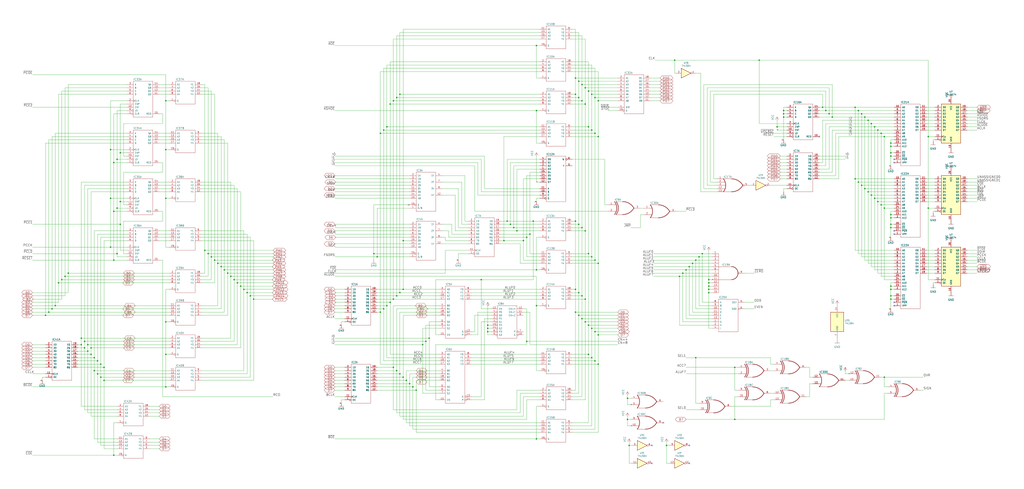
<source format=kicad_sch>
(kicad_sch (version 20211123) (generator eeschema)
  (paper "User" 799.998 381.914)
  (junction (at 695.96 170.18))
  (junction (at 650.24 91.44))
  (junction (at 695.96 121.92))
  (junction (at 685.8 101.6))
  (junction (at 193.04 228.6))
  (junction (at 88.9 127))
  (junction (at 462.28 200.66))
  (junction (at 680.72 96.52))
  (junction (at 299.72 241.3))
  (junction (at 454.66 78.74))
  (junction (at 411.48 266.7))
  (junction (at 459.74 198.12))
  (junction (at 553.72 220.98))
  (junction (at 678.18 93.98))
  (junction (at 91.44 162.56))
  (junction (at 93.98 175.26))
  (junction (at 449.58 226.06))
  (junction (at 63.5 264.16))
  (junction (at 398.78 175.26))
  (junction (at 304.8 81.28))
  (junction (at 185.42 220.98))
  (junction (at 411.48 185.42))
  (junction (at 198.12 233.68))
  (junction (at 419.1 238.76))
  (junction (at 685.8 157.48))
  (junction (at 309.88 76.2))
  (junction (at 88.9 165.1))
  (junction (at 454.66 231.14))
  (junction (at 81.28 287.02))
  (junction (at 673.1 144.78))
  (junction (at 68.58 269.24))
  (junction (at 490.22 311.15))
  (junction (at 695.96 231.14))
  (junction (at 419.1 210.82))
  (junction (at 535.94 210.82))
  (junction (at 612.14 88.9))
  (junction (at 449.58 73.66))
  (junction (at 725.17 106.68))
  (junction (at 86.36 154.94))
  (junction (at 530.86 215.9))
  (junction (at 574.04 287.02))
  (junction (at 40.64 241.3))
  (junction (at 454.66 177.8))
  (junction (at 457.2 68.58))
  (junction (at 695.96 223.52))
  (junction (at 172.72 208.28))
  (junction (at 695.96 167.64))
  (junction (at 419.1 35.56))
  (junction (at 695.96 119.38))
  (junction (at 457.2 251.46))
  (junction (at 129.54 302.26))
  (junction (at 452.12 63.5))
  (junction (at 302.26 238.76))
  (junction (at 403.86 180.34))
  (junction (at 332.74 266.7))
  (junction (at 408.94 187.96))
  (junction (at 491.49 347.98))
  (junction (at 309.88 289.56))
  (junction (at 695.96 175.26))
  (junction (at 462.28 279.4))
  (junction (at 675.64 91.44))
  (junction (at 330.2 269.24))
  (junction (at 307.34 78.74))
  (junction (at 553.72 228.6))
  (junction (at 312.42 228.6))
  (junction (at 180.34 215.9))
  (junction (at 467.36 284.48))
  (junction (at 304.8 236.22))
  (junction (at 680.72 152.4))
  (junction (at 78.74 294.64))
  (junction (at 88.9 355.6))
  (junction (at 68.58 274.32))
  (junction (at 467.36 78.74))
  (junction (at 292.1 198.12))
  (junction (at 459.74 276.86))
  (junction (at 462.28 101.6))
  (junction (at 396.24 172.72))
  (junction (at 457.2 233.68))
  (junction (at 459.74 71.12))
  (junction (at 690.88 294.64))
  (junction (at 48.26 218.44))
  (junction (at 165.1 200.66))
  (junction (at 76.2 281.94))
  (junction (at 543.56 203.2))
  (junction (at 50.8 215.9))
  (junction (at 381 256.54))
  (junction (at 459.74 99.06))
  (junction (at 419.1 86.36))
  (junction (at 88.9 203.2))
  (junction (at 457.2 180.34))
  (junction (at 91.44 198.12))
  (junction (at 419.1 342.9))
  (junction (at 462.28 73.66))
  (junction (at 695.96 111.76))
  (junction (at 695.96 177.8))
  (junction (at 381 259.08))
  (junction (at 467.36 205.74))
  (junction (at 86.36 116.84))
  (junction (at 612.14 86.36))
  (junction (at 725.17 162.56))
  (junction (at 297.18 243.84))
  (junction (at 307.34 287.02))
  (junction (at 129.54 116.84))
  (junction (at 467.36 261.62))
  (junction (at 546.1 200.66))
  (junction (at 312.42 73.66))
  (junction (at 381 254))
  (junction (at 695.96 114.3))
  (junction (at 93.98 119.38))
  (junction (at 73.66 289.56))
  (junction (at 690.88 162.56))
  (junction (at 464.82 104.14))
  (junction (at 688.34 104.14))
  (junction (at 449.58 172.72))
  (junction (at 690.88 106.68))
  (junction (at 454.66 248.92))
  (junction (at 317.5 297.18))
  (junction (at 459.74 254))
  (junction (at 673.1 88.9))
  (junction (at 457.2 81.28))
  (junction (at 294.64 200.66))
  (junction (at 553.72 223.52))
  (junction (at 375.92 218.44))
  (junction (at 452.12 76.2))
  (junction (at 464.82 203.2))
  (junction (at 160.02 195.58))
  (junction (at 187.96 223.52))
  (junction (at 401.32 177.8))
  (junction (at 71.12 276.86))
  (junction (at 162.56 198.12))
  (junction (at 683.26 99.06))
  (junction (at 462.28 256.54))
  (junction (at 393.7 187.96))
  (junction (at 175.26 210.82))
  (junction (at 309.88 231.14))
  (junction (at 695.96 233.68))
  (junction (at 467.36 106.68))
  (junction (at 53.34 213.36))
  (junction (at 449.58 243.84))
  (junction (at 38.1 243.84))
  (junction (at 314.96 226.06))
  (junction (at 43.18 238.76))
  (junction (at 314.96 294.64))
  (junction (at 449.58 60.96))
  (junction (at 81.28 297.18))
  (junction (at 78.74 284.48))
  (junction (at 312.42 292.1))
  (junction (at 167.64 203.2))
  (junction (at 548.64 198.12))
  (junction (at 668.02 83.82))
  (junction (at 678.18 149.86))
  (junction (at 93.98 157.48))
  (junction (at 645.16 86.36))
  (junction (at 35.56 246.38))
  (junction (at 91.44 124.46))
  (junction (at 63.5 269.24))
  (junction (at 66.04 271.78))
  (junction (at 129.54 78.74))
  (junction (at 464.82 76.2))
  (junction (at 607.06 99.06))
  (junction (at 129.54 154.94))
  (junction (at 533.4 213.36))
  (junction (at 414.02 182.88))
  (junction (at 190.5 226.06))
  (junction (at 320.04 299.72))
  (junction (at 297.18 104.14))
  (junction (at 325.12 304.8))
  (junction (at 675.64 147.32))
  (junction (at 73.66 279.4))
  (junction (at 520.7 347.98))
  (junction (at 335.28 264.16))
  (junction (at 177.8 213.36))
  (junction (at 416.56 172.72))
  (junction (at 527.05 46.99))
  (junction (at 452.12 246.38))
  (junction (at 553.72 218.44))
  (junction (at 688.34 160.02))
  (junction (at 668.02 139.7))
  (junction (at 490.22 327.66))
  (junction (at 464.82 259.08))
  (junction (at 314.96 187.96))
  (junction (at 86.36 193.04))
  (junction (at 647.7 88.9))
  (junction (at 45.72 220.98))
  (junction (at 593.09 46.99))
  (junction (at 642.62 83.82))
  (junction (at 454.66 66.04))
  (junction (at 322.58 302.26))
  (junction (at 670.56 86.36))
  (junction (at 574.04 327.66))
  (junction (at 538.48 208.28))
  (junction (at 541.02 205.74))
  (junction (at 66.04 266.7))
  (junction (at 129.54 276.86))
  (junction (at 452.12 175.26))
  (junction (at 683.26 154.94))
  (junction (at 170.18 205.74))
  (junction (at 76.2 292.1))
  (junction (at 307.34 233.68))
  (junction (at 299.72 101.6))
  (junction (at 71.12 271.78))
  (junction (at 464.82 281.94))
  (junction (at 129.54 251.46))
  (junction (at 195.58 231.14))
  (junction (at 553.72 226.06))
  (junction (at 695.96 226.06))
  (junction (at 670.56 142.24))
  (junction (at 452.12 228.6))
  (junction (at 612.14 91.44))
  (junction (at 302.26 99.06))
  (junction (at 182.88 218.44))
  (junction (at 543.56 279.4))
  (no_connect (at 698.5 127))
  (no_connect (at 698.5 236.22))
  (no_connect (at 538.48 347.98))
  (no_connect (at 538.48 361.95))
  (no_connect (at 698.5 180.34))
  (no_connect (at 640.08 106.68))
  (no_connect (at 509.27 347.98))
  (no_connect (at 518.16 330.2))
  (no_connect (at 698.5 124.46))
  (no_connect (at 509.27 361.95))
  (no_connect (at 698.5 182.88))
  (no_connect (at 698.5 238.76))
  (wire (pts (xy 314.96 327.66) (xy 411.48 327.66)))
  (wire (pts (xy 157.48 68.58) (xy 162.56 68.58)))
  (wire (pts (xy 730.25 86.36) (xy 723.9 86.36)))
  (wire (pts (xy 294.64 299.72) (xy 320.04 299.72)))
  (wire (pts (xy 574.04 327.66) (xy 574.04 309.88)))
  (wire (pts (xy 25.4 243.84) (xy 38.1 243.84)))
  (wire (pts (xy 421.64 106.68) (xy 393.7 106.68)))
  (wire (pts (xy 368.3 312.42) (xy 378.46 312.42)))
  (wire (pts (xy 462.28 73.66) (xy 462.28 101.6)))
  (wire (pts (xy 25.4 271.78) (xy 35.56 271.78)))
  (wire (pts (xy 730.25 213.36) (xy 723.9 213.36)))
  (wire (pts (xy 491.49 347.98) (xy 491.49 361.95)))
  (wire (pts (xy 401.32 177.8) (xy 401.32 129.54)))
  (wire (pts (xy 421.64 99.06) (xy 302.26 99.06)))
  (wire (pts (xy 157.48 73.66) (xy 167.64 73.66)))
  (wire (pts (xy 294.64 200.66) (xy 261.62 200.66)))
  (wire (pts (xy 640.08 137.16) (xy 652.78 137.16)))
  (wire (pts (xy 177.8 111.76) (xy 177.8 213.36)))
  (wire (pts (xy 419.1 60.96) (xy 419.1 35.56)))
  (wire (pts (xy 668.02 139.7) (xy 668.02 195.58)))
  (wire (pts (xy 530.86 254) (xy 530.86 215.9)))
  (wire (pts (xy 421.64 81.28) (xy 304.8 81.28)))
  (wire (pts (xy 492.76 327.66) (xy 490.22 327.66)))
  (wire (pts (xy 612.14 91.44) (xy 612.14 88.9)))
  (wire (pts (xy 358.14 198.12) (xy 365.76 198.12)))
  (wire (pts (xy 609.6 134.62) (xy 614.68 134.62)))
  (wire (pts (xy 157.48 182.88) (xy 193.04 182.88)))
  (wire (pts (xy 604.52 104.14) (xy 614.68 104.14)))
  (wire (pts (xy 698.5 220.98) (xy 695.96 220.98)))
  (wire (pts (xy 601.98 317.5) (xy 571.5 317.5)))
  (wire (pts (xy 312.42 325.12) (xy 408.94 325.12)))
  (wire (pts (xy 510.54 200.66) (xy 546.1 200.66)))
  (wire (pts (xy 640.08 127) (xy 642.62 127)))
  (wire (pts (xy 464.82 335.28) (xy 464.82 281.94)))
  (wire (pts (xy 510.54 215.9) (xy 530.86 215.9)))
  (wire (pts (xy 190.5 226.06) (xy 213.36 226.06)))
  (wire (pts (xy 312.42 228.6) (xy 294.64 228.6)))
  (wire (pts (xy 419.1 142.24) (xy 419.1 121.92)))
  (wire (pts (xy 360.68 142.24) (xy 360.68 175.26)))
  (wire (pts (xy 546.1 238.76) (xy 556.26 238.76)))
  (wire (pts (xy 482.6 86.36) (xy 474.98 86.36)))
  (wire (pts (xy 698.5 114.3) (xy 695.96 114.3)))
  (wire (pts (xy 330.2 307.34) (xy 330.2 269.24)))
  (wire (pts (xy 556.26 241.3) (xy 543.56 241.3)))
  (wire (pts (xy 124.46 185.42) (xy 132.08 185.42)))
  (wire (pts (xy 695.96 185.42) (xy 695.96 177.8)))
  (wire (pts (xy 612.14 88.9) (xy 614.68 88.9)))
  (wire (pts (xy 320.04 299.72) (xy 320.04 292.1)))
  (wire (pts (xy 419.1 154.94) (xy 421.64 154.94)))
  (wire (pts (xy 690.88 294.64) (xy 721.36 294.64)))
  (wire (pts (xy 81.28 297.18) (xy 81.28 287.02)))
  (wire (pts (xy 398.78 175.26) (xy 398.78 127)))
  (wire (pts (xy 502.92 167.64) (xy 500.38 167.64)))
  (wire (pts (xy 421.64 200.66) (xy 411.48 200.66)))
  (wire (pts (xy 604.52 312.42) (xy 601.98 312.42)))
  (wire (pts (xy 33.02 297.18) (xy 33.02 294.64)))
  (wire (pts (xy 350.52 180.34) (xy 350.52 185.42)))
  (wire (pts (xy 261.62 304.8) (xy 269.24 304.8)))
  (wire (pts (xy 81.28 187.96) (xy 99.06 187.96)))
  (wire (pts (xy 515.62 73.66) (xy 508 73.66)))
  (wire (pts (xy 185.42 147.32) (xy 185.42 220.98)))
  (wire (pts (xy 25.4 228.6) (xy 53.34 228.6)))
  (wire (pts (xy 763.27 149.86) (xy 755.65 149.86)))
  (wire (pts (xy 297.18 104.14) (xy 297.18 55.88)))
  (wire (pts (xy 520.7 347.98) (xy 520.7 361.95)))
  (wire (pts (xy 370.84 246.38) (xy 383.54 246.38)))
  (wire (pts (xy 459.74 71.12) (xy 482.6 71.12)))
  (wire (pts (xy 124.46 66.04) (xy 132.08 66.04)))
  (wire (pts (xy 160.02 66.04) (xy 160.02 195.58)))
  (wire (pts (xy 373.38 243.84) (xy 383.54 243.84)))
  (wire (pts (xy 297.18 104.14) (xy 421.64 104.14)))
  (wire (pts (xy 698.5 91.44) (xy 675.64 91.44)))
  (wire (pts (xy 332.74 266.7) (xy 332.74 304.8)))
  (wire (pts (xy 763.27 144.78) (xy 755.65 144.78)))
  (wire (pts (xy 363.22 137.16) (xy 363.22 172.72)))
  (wire (pts (xy 660.4 297.18) (xy 662.94 297.18)))
  (wire (pts (xy 474.98 83.82) (xy 482.6 83.82)))
  (wire (pts (xy 723.9 88.9) (xy 730.25 88.9)))
  (wire (pts (xy 725.17 218.44) (xy 730.25 218.44)))
  (wire (pts (xy 553.72 226.06) (xy 553.72 228.6)))
  (wire (pts (xy 261.62 238.76) (xy 269.24 238.76)))
  (wire (pts (xy 261.62 294.64) (xy 269.24 294.64)))
  (wire (pts (xy 482.6 78.74) (xy 467.36 78.74)))
  (wire (pts (xy 132.08 292.1) (xy 76.2 292.1)))
  (wire (pts (xy 124.46 71.12) (xy 132.08 71.12)))
  (wire (pts (xy 342.9 243.84) (xy 312.42 243.84)))
  (wire (pts (xy 76.2 182.88) (xy 99.06 182.88)))
  (wire (pts (xy 335.28 264.16) (xy 335.28 251.46)))
  (wire (pts (xy 447.04 48.26) (xy 459.74 48.26)))
  (wire (pts (xy 421.64 177.8) (xy 401.32 177.8)))
  (wire (pts (xy 500.38 177.8) (xy 492.76 177.8)))
  (wire (pts (xy 647.7 88.9) (xy 673.1 88.9)))
  (wire (pts (xy 645.16 129.54) (xy 645.16 96.52)))
  (wire (pts (xy 690.88 327.66) (xy 574.04 327.66)))
  (wire (pts (xy 213.36 233.68) (xy 198.12 233.68)))
  (wire (pts (xy 373.38 152.4) (xy 421.64 152.4)))
  (wire (pts (xy 370.84 165.1) (xy 370.84 129.54)))
  (wire (pts (xy 614.68 96.52) (xy 593.09 96.52)))
  (wire (pts (xy 552.45 68.58) (xy 647.7 68.58)))
  (wire (pts (xy 467.36 78.74) (xy 467.36 55.88)))
  (wire (pts (xy 88.9 203.2) (xy 25.4 203.2)))
  (wire (pts (xy 353.06 182.88) (xy 365.76 182.88)))
  (wire (pts (xy 515.62 68.58) (xy 508 68.58)))
  (wire (pts (xy 180.34 215.9) (xy 180.34 264.16)))
  (wire (pts (xy 132.08 271.78) (xy 71.12 271.78)))
  (wire (pts (xy 690.88 307.34) (xy 693.42 307.34)))
  (wire (pts (xy 464.82 203.2) (xy 464.82 104.14)))
  (wire (pts (xy 670.56 142.24) (xy 698.5 142.24)))
  (wire (pts (xy 213.36 208.28) (xy 172.72 208.28)))
  (wire (pts (xy 375.92 241.3) (xy 375.92 218.44)))
  (wire (pts (xy 419.1 210.82) (xy 421.64 210.82)))
  (wire (pts (xy 614.68 127) (xy 609.6 127)))
  (wire (pts (xy 66.04 320.04) (xy 91.44 320.04)))
  (wire (pts (xy 40.64 241.3) (xy 40.64 106.68)))
  (wire (pts (xy 419.1 86.36) (xy 421.64 86.36)))
  (wire (pts (xy 490.22 316.23) (xy 490.22 311.15)))
  (wire (pts (xy 530.86 215.9) (xy 556.26 215.9)))
  (wire (pts (xy 172.72 106.68) (xy 172.72 208.28)))
  (wire (pts (xy 335.28 264.16) (xy 261.62 264.16)))
  (wire (pts (xy 132.08 251.46) (xy 129.54 251.46)))
  (wire (pts (xy 170.18 238.76) (xy 157.48 238.76)))
  (wire (pts (xy 574.04 287.02) (xy 574.04 304.8)))
  (wire (pts (xy 261.62 299.72) (xy 269.24 299.72)))
  (wire (pts (xy 593.09 96.52) (xy 593.09 46.99)))
  (wire (pts (xy 261.62 243.84) (xy 269.24 243.84)))
  (wire (pts (xy 574.04 309.88) (xy 576.58 309.88)))
  (wire (pts (xy 353.06 175.26) (xy 353.06 182.88)))
  (wire (pts (xy 345.44 137.16) (xy 363.22 137.16)))
  (wire (pts (xy 129.54 116.84) (xy 132.08 116.84)))
  (wire (pts (xy 322.58 302.26) (xy 322.58 335.28)))
  (wire (pts (xy 261.62 236.22) (xy 269.24 236.22)))
  (wire (pts (xy 632.46 299.72) (xy 635 299.72)))
  (wire (pts (xy 763.27 208.28) (xy 755.65 208.28)))
  (wire (pts (xy 411.48 266.7) (xy 482.6 266.7)))
  (wire (pts (xy 88.9 203.2) (xy 99.06 203.2)))
  (wire (pts (xy 725.17 106.68) (xy 725.17 162.56)))
  (wire (pts (xy 294.64 238.76) (xy 302.26 238.76)))
  (wire (pts (xy 45.72 220.98) (xy 45.72 73.66)))
  (wire (pts (xy 116.84 325.12) (xy 124.46 325.12)))
  (wire (pts (xy 124.46 147.32) (xy 132.08 147.32)))
  (wire (pts (xy 71.12 276.86) (xy 60.96 276.86)))
  (wire (pts (xy 601.98 144.78) (xy 614.68 144.78)))
  (wire (pts (xy 381 254) (xy 381 256.54)))
  (wire (pts (xy 132.08 302.26) (xy 129.54 302.26)))
  (wire (pts (xy 533.4 213.36) (xy 556.26 213.36)))
  (wire (pts (xy 447.04 233.68) (xy 457.2 233.68)))
  (wire (pts (xy 86.36 116.84) (xy 86.36 78.74)))
  (wire (pts (xy 43.18 104.14) (xy 99.06 104.14)))
  (wire (pts (xy 553.72 256.54) (xy 556.26 256.54)))
  (wire (pts (xy 675.64 91.44) (xy 675.64 147.32)))
  (wire (pts (xy 307.34 233.68) (xy 294.64 233.68)))
  (wire (pts (xy 86.36 154.94) (xy 86.36 116.84)))
  (wire (pts (xy 132.08 154.94) (xy 129.54 154.94)))
  (wire (pts (xy 673.1 144.78) (xy 673.1 200.66)))
  (wire (pts (xy 491.49 361.95) (xy 494.03 361.95)))
  (wire (pts (xy 73.66 342.9) (xy 91.44 342.9)))
  (wire (pts (xy 723.9 149.86) (xy 730.25 149.86)))
  (wire (pts (xy 124.46 88.9) (xy 127 88.9)))
  (wire (pts (xy 342.9 289.56) (xy 317.5 289.56)))
  (wire (pts (xy 462.28 256.54) (xy 482.6 256.54)))
  (wire (pts (xy 447.04 104.14) (xy 464.82 104.14)))
  (wire (pts (xy 655.32 139.7) (xy 655.32 106.68)))
  (wire (pts (xy 88.9 88.9) (xy 88.9 127)))
  (wire (pts (xy 730.25 203.2) (xy 723.9 203.2)))
  (wire (pts (xy 314.96 226.06) (xy 342.9 226.06)))
  (wire (pts (xy 342.9 302.26) (xy 335.28 302.26)))
  (wire (pts (xy 607.06 99.06) (xy 614.68 99.06)))
  (wire (pts (xy 261.62 121.92) (xy 378.46 121.92)))
  (wire (pts (xy 127 134.62) (xy 96.52 134.62)))
  (wire (pts (xy 452.12 76.2) (xy 452.12 63.5)))
  (wire (pts (xy 292.1 198.12) (xy 320.04 198.12)))
  (wire (pts (xy 129.54 251.46) (xy 129.54 226.06)))
  (wire (pts (xy 302.26 238.76) (xy 302.26 279.4)))
  (wire (pts (xy 76.2 281.94) (xy 60.96 281.94)))
  (wire (pts (xy 449.58 304.8) (xy 447.04 304.8)))
  (wire (pts (xy 612.14 147.32) (xy 614.68 147.32)))
  (wire (pts (xy 129.54 116.84) (xy 129.54 78.74)))
  (wire (pts (xy 213.36 213.36) (xy 177.8 213.36)))
  (wire (pts (xy 673.1 88.9) (xy 673.1 144.78)))
  (wire (pts (xy 292.1 160.02) (xy 292.1 198.12)))
  (wire (pts (xy 342.9 233.68) (xy 307.34 233.68)))
  (wire (pts (xy 408.94 309.88) (xy 421.64 309.88)))
  (wire (pts (xy 670.56 86.36) (xy 645.16 86.36)))
  (wire (pts (xy 601.98 284.48) (xy 604.52 284.48)))
  (wire (pts (xy 261.62 185.42) (xy 320.04 185.42)))
  (wire (pts (xy 317.5 289.56) (xy 317.5 297.18)))
  (wire (pts (xy 314.96 226.06) (xy 314.96 187.96)))
  (wire (pts (xy 165.1 71.12) (xy 165.1 200.66)))
  (wire (pts (xy 381 256.54) (xy 383.54 256.54)))
  (wire (pts (xy 340.36 312.42) (xy 342.9 312.42)))
  (wire (pts (xy 314.96 294.64) (xy 314.96 246.38)))
  (wire (pts (xy 391.16 182.88) (xy 414.02 182.88)))
  (wire (pts (xy 449.58 243.84) (xy 482.6 243.84)))
  (wire (pts (xy 396.24 124.46) (xy 421.64 124.46)))
  (wire (pts (xy 132.08 276.86) (xy 129.54 276.86)))
  (wire (pts (xy 685.8 101.6) (xy 698.5 101.6)))
  (wire (pts (xy 612.14 86.36) (xy 612.14 83.82)))
  (wire (pts (xy 195.58 294.64) (xy 157.48 294.64)))
  (wire (pts (xy 309.88 322.58) (xy 406.4 322.58)))
  (wire (pts (xy 157.48 71.12) (xy 165.1 71.12)))
  (wire (pts (xy 78.74 294.64) (xy 132.08 294.64)))
  (wire (pts (xy 175.26 109.22) (xy 175.26 210.82)))
  (wire (pts (xy 447.04 180.34) (xy 457.2 180.34)))
  (wire (pts (xy 543.56 279.4) (xy 535.94 279.4)))
  (wire (pts (xy 88.9 127) (xy 88.9 165.1)))
  (wire (pts (xy 601.98 312.42) (xy 601.98 317.5)))
  (wire (pts (xy 96.52 121.92) (xy 99.06 121.92)))
  (wire (pts (xy 60.96 269.24) (xy 63.5 269.24)))
  (wire (pts (xy 414.02 269.24) (xy 414.02 243.84)))
  (wire (pts (xy 457.2 312.42) (xy 457.2 251.46)))
  (wire (pts (xy 50.8 215.9) (xy 50.8 68.58)))
  (wire (pts (xy 668.02 83.82) (xy 668.02 139.7)))
  (wire (pts (xy 383.54 259.08) (xy 381 259.08)))
  (wire (pts (xy 304.8 236.22) (xy 304.8 81.28)))
  (wire (pts (xy 35.56 269.24) (xy 25.4 269.24)))
  (wire (pts (xy 342.9 281.94) (xy 299.72 281.94)))
  (wire (pts (xy 76.2 345.44) (xy 91.44 345.44)))
  (wire (pts (xy 266.7 254) (xy 266.7 251.46)))
  (wire (pts (xy 693.42 302.26) (xy 690.88 302.26)))
  (wire (pts (xy 370.84 259.08) (xy 370.84 246.38)))
  (wire (pts (xy 492.76 332.74) (xy 490.22 332.74)))
  (wire (pts (xy 515.62 63.5) (xy 508 63.5)))
  (wire (pts (xy 406.4 205.74) (xy 406.4 190.5)))
  (wire (pts (xy 314.96 187.96) (xy 314.96 22.86)))
  (wire (pts (xy 547.37 57.15) (xy 547.37 149.86)))
  (wire (pts (xy 99.06 162.56) (xy 91.44 162.56)))
  (wire (pts (xy 63.5 264.16) (xy 63.5 142.24)))
  (wire (pts (xy 312.42 243.84) (xy 312.42 292.1)))
  (wire (pts (xy 730.25 198.12) (xy 723.9 198.12)))
  (wire (pts (xy 510.54 208.28) (xy 538.48 208.28)))
  (wire (pts (xy 457.2 233.68) (xy 457.2 180.34)))
  (wire (pts (xy 297.18 284.48) (xy 342.9 284.48)))
  (wire (pts (xy 581.66 213.36) (xy 589.28 213.36)))
  (wire (pts (xy 325.12 297.18) (xy 342.9 297.18)))
  (wire (pts (xy 40.64 241.3) (xy 25.4 241.3)))
  (wire (pts (xy 535.94 320.04) (xy 546.1 320.04)))
  (wire (pts (xy 180.34 215.9) (xy 213.36 215.9)))
  (wire (pts (xy 414.02 134.62) (xy 421.64 134.62)))
  (wire (pts (xy 175.26 243.84) (xy 157.48 243.84)))
  (wire (pts (xy 462.28 332.74) (xy 447.04 332.74)))
  (wire (pts (xy 261.62 292.1) (xy 269.24 292.1)))
  (wire (pts (xy 99.06 124.46) (xy 91.44 124.46)))
  (wire (pts (xy 680.72 208.28) (xy 698.5 208.28)))
  (wire (pts (xy 449.58 172.72) (xy 447.04 172.72)))
  (wire (pts (xy 182.88 144.78) (xy 182.88 218.44)))
  (wire (pts (xy 312.42 25.4) (xy 421.64 25.4)))
  (wire (pts (xy 543.56 203.2) (xy 556.26 203.2)))
  (wire (pts (xy 447.04 175.26) (xy 452.12 175.26)))
  (wire (pts (xy 642.62 73.66) (xy 642.62 83.82)))
  (wire (pts (xy 556.26 243.84) (xy 541.02 243.84)))
  (wire (pts (xy 685.8 213.36) (xy 698.5 213.36)))
  (wire (pts (xy 683.26 154.94) (xy 683.26 210.82)))
  (wire (pts (xy 86.36 78.74) (xy 99.06 78.74)))
  (wire (pts (xy 195.58 185.42) (xy 195.58 231.14)))
  (wire (pts (xy 378.46 312.42) (xy 378.46 248.92)))
  (wire (pts (xy 612.14 91.44) (xy 614.68 91.44)))
  (wire (pts (xy 698.5 109.22) (xy 695.96 109.22)))
  (wire (pts (xy 491.49 345.44) (xy 491.49 347.98)))
  (wire (pts (xy 132.08 68.58) (xy 124.46 68.58)))
  (wire (pts (xy 345.44 175.26) (xy 353.06 175.26)))
  (wire (pts (xy 81.28 287.02) (xy 81.28 187.96)))
  (wire (pts (xy 73.66 289.56) (xy 132.08 289.56)))
  (wire (pts (xy 99.06 165.1) (xy 88.9 165.1)))
  (wire (pts (xy 482.6 248.92) (xy 454.66 248.92)))
  (wire (pts (xy 157.48 111.76) (xy 177.8 111.76)))
  (wire (pts (xy 132.08 297.18) (xy 81.28 297.18)))
  (wire (pts (xy 307.34 78.74) (xy 307.34 30.48)))
  (wire (pts (xy 261.62 266.7) (xy 332.74 266.7)))
  (wire (pts (xy 670.56 86.36) (xy 670.56 142.24)))
  (wire (pts (xy 365.76 195.58) (xy 347.98 195.58)))
  (wire (pts (xy 755.65 139.7) (xy 763.27 139.7)))
  (wire (pts (xy 398.78 127) (xy 421.64 127)))
  (wire (pts (xy 299.72 53.34) (xy 421.64 53.34)))
  (wire (pts (xy 535.94 210.82) (xy 556.26 210.82)))
  (wire (pts (xy 347.98 185.42) (xy 347.98 187.96)))
  (wire (pts (xy 330.2 269.24) (xy 261.62 269.24)))
  (wire (pts (xy 408.94 241.3) (xy 411.48 241.3)))
  (wire (pts (xy 320.04 187.96) (xy 314.96 187.96)))
  (wire (pts (xy 68.58 147.32) (xy 68.58 269.24)))
  (wire (pts (xy 457.2 68.58) (xy 457.2 30.48)))
  (wire (pts (xy 447.04 337.82) (xy 467.36 337.82)))
  (wire (pts (xy 698.5 104.14) (xy 688.34 104.14)))
  (wire (pts (xy 309.88 289.56) (xy 309.88 322.58)))
  (wire (pts (xy 452.12 246.38) (xy 452.12 228.6)))
  (wire (pts (xy 391.16 180.34) (xy 403.86 180.34)))
  (wire (pts (xy 464.82 203.2) (xy 447.04 203.2)))
  (wire (pts (xy 419.1 86.36) (xy 261.62 86.36)))
  (wire (pts (xy 375.92 149.86) (xy 375.92 124.46)))
  (wire (pts (xy 53.34 213.36) (xy 53.34 66.04)))
  (wire (pts (xy 730.25 152.4) (xy 723.9 152.4)))
  (wire (pts (xy 129.54 154.94) (xy 129.54 116.84)))
  (wire (pts (xy 650.24 91.44) (xy 640.08 91.44)))
  (wire (pts (xy 99.06 88.9) (xy 88.9 88.9)))
  (wire (pts (xy 213.36 203.2) (xy 167.64 203.2)))
  (wire (pts (xy 172.72 241.3) (xy 157.48 241.3)))
  (wire (pts (xy 660.4 292.1) (xy 660.4 289.56)))
  (wire (pts (xy 375.92 124.46) (xy 261.62 124.46)))
  (wire (pts (xy 66.04 271.78) (xy 66.04 320.04)))
  (wire (pts (xy 25.4 233.68) (xy 48.26 233.68)))
  (wire (pts (xy 421.64 185.42) (xy 419.1 185.42)))
  (wire (pts (xy 63.5 317.5) (xy 91.44 317.5)))
  (wire (pts (xy 261.62 228.6) (xy 269.24 228.6)))
  (wire (pts (xy 464.82 281.94) (xy 464.82 259.08)))
  (wire (pts (xy 454.66 177.8) (xy 447.04 177.8)))
  (wire (pts (xy 309.88 27.94) (xy 421.64 27.94)))
  (wire (pts (xy 375.92 251.46) (xy 383.54 251.46)))
  (wire (pts (xy 177.8 213.36) (xy 177.8 246.38)))
  (wire (pts (xy 116.84 317.5) (xy 124.46 317.5)))
  (wire (pts (xy 467.36 106.68) (xy 467.36 78.74)))
  (wire (pts (xy 165.1 200.66) (xy 165.1 218.44)))
  (wire (pts (xy 304.8 48.26) (xy 421.64 48.26)))
  (wire (pts (xy 73.66 180.34) (xy 99.06 180.34)))
  (wire (pts (xy 510.54 203.2) (xy 543.56 203.2)))
  (wire (pts (xy 396.24 172.72) (xy 416.56 172.72)))
  (wire (pts (xy 124.46 104.14) (xy 132.08 104.14)))
  (wire (pts (xy 581.66 236.22) (xy 589.28 236.22)))
  (wire (pts (xy 654.05 237.49) (xy 654.05 238.76)))
  (wire (pts (xy 195.58 231.14) (xy 195.58 294.64)))
  (wire (pts (xy 459.74 254) (xy 459.74 276.86)))
  (wire (pts (xy 763.27 142.24) (xy 755.65 142.24)))
  (wire (pts (xy 403.86 304.8) (xy 421.64 304.8)))
  (wire (pts (xy 96.52 160.02) (xy 99.06 160.02)))
  (wire (pts (xy 725.17 162.56) (xy 725.17 218.44)))
  (wire (pts (xy 728.98 165.1) (xy 730.25 165.1)))
  (wire (pts (xy 320.04 177.8) (xy 261.62 177.8)))
  (wire (pts (xy 447.04 73.66) (xy 449.58 73.66)))
  (wire (pts (xy 63.5 264.16) (xy 132.08 264.16)))
  (wire (pts (xy 378.46 147.32) (xy 421.64 147.32)))
  (wire (pts (xy 373.38 127) (xy 373.38 152.4)))
  (wire (pts (xy 320.04 332.74) (xy 421.64 332.74)))
  (wire (pts (xy 322.58 302.26) (xy 294.64 302.26)))
  (wire (pts (xy 375.92 309.88) (xy 375.92 251.46)))
  (wire (pts (xy 157.48 104.14) (xy 170.18 104.14)))
  (wire (pts (xy 76.2 292.1) (xy 76.2 281.94)))
  (wire (pts (xy 157.48 149.86) (xy 187.96 149.86)))
  (wire (pts (xy 695.96 226.06) (xy 695.96 231.14)))
  (wire (pts (xy 763.27 96.52) (xy 755.65 96.52)))
  (wire (pts (xy 685.8 101.6) (xy 685.8 157.48)))
  (wire (pts (xy 99.06 127) (xy 88.9 127)))
  (wire (pts (xy 449.58 60.96) (xy 449.58 73.66)))
  (wire (pts (xy 187.96 223.52) (xy 187.96 271.78)))
  (wire (pts (xy 132.08 144.78) (xy 124.46 144.78)))
  (wire (pts (xy 132.08 182.88) (xy 124.46 182.88)))
  (wire (pts (xy 538.48 208.28) (xy 538.48 246.38)))
  (wire (pts (xy 406.4 322.58) (xy 406.4 307.34)))
  (wire (pts (xy 723.9 93.98) (xy 730.25 93.98)))
  (wire (pts (xy 421.64 284.48) (xy 368.3 284.48)))
  (wire (pts (xy 45.72 73.66) (xy 99.06 73.66)))
  (wire (pts (xy 690.88 106.68) (xy 698.5 106.68)))
  (wire (pts (xy 557.53 139.7) (xy 557.53 73.66)))
  (wire (pts (xy 520.7 361.95) (xy 523.24 361.95)))
  (wire (pts (xy 60.96 279.4) (xy 73.66 279.4)))
  (wire (pts (xy 375.92 241.3) (xy 383.54 241.3)))
  (wire (pts (xy 411.48 312.42) (xy 421.64 312.42)))
  (wire (pts (xy 454.66 248.92) (xy 454.66 309.88)))
  (wire (pts (xy 91.44 86.36) (xy 99.06 86.36)))
  (wire (pts (xy 560.07 144.78) (xy 552.45 144.78)))
  (wire (pts (xy 447.04 50.8) (xy 462.28 50.8)))
  (wire (pts (xy 91.44 198.12) (xy 91.44 162.56)))
  (wire (pts (xy 447.04 284.48) (xy 467.36 284.48)))
  (wire (pts (xy 655.32 106.68) (xy 690.88 106.68)))
  (wire (pts (xy 723.9 200.66) (xy 730.25 200.66)))
  (wire (pts (xy 447.04 99.06) (xy 459.74 99.06)))
  (wire (pts (xy 763.27 203.2) (xy 755.65 203.2)))
  (wire (pts (xy 612.14 149.86) (xy 612.14 147.32)))
  (wire (pts (xy 381 256.54) (xy 381 259.08)))
  (wire (pts (xy 556.26 254) (xy 530.86 254)))
  (wire (pts (xy 375.92 218.44) (xy 416.56 218.44)))
  (wire (pts (xy 373.38 261.62) (xy 373.38 243.84)))
  (wire (pts (xy 763.27 198.12) (xy 755.65 198.12)))
  (wire (pts (xy 652.78 104.14) (xy 688.34 104.14)))
  (wire (pts (xy 421.64 73.66) (xy 312.42 73.66)))
  (wire (pts (xy 419.1 215.9) (xy 261.62 215.9)))
  (wire (pts (xy 670.56 198.12) (xy 698.5 198.12)))
  (wire (pts (xy 411.48 327.66) (xy 411.48 312.42)))
  (wire (pts (xy 452.12 25.4) (xy 447.04 25.4)))
  (wire (pts (xy 320.04 137.16) (xy 261.62 137.16)))
  (wire (pts (xy 609.6 139.7) (xy 614.68 139.7)))
  (wire (pts (xy 421.64 233.68) (xy 368.3 233.68)))
  (wire (pts (xy 763.27 205.74) (xy 755.65 205.74)))
  (wire (pts (xy 421.64 317.5) (xy 419.1 317.5)))
  (wire (pts (xy 129.54 58.42) (xy 25.4 58.42)))
  (wire (pts (xy 320.04 152.4) (xy 261.62 152.4)))
  (wire (pts (xy 541.02 205.74) (xy 556.26 205.74)))
  (wire (pts (xy 547.37 149.86) (xy 560.07 149.86)))
  (wire (pts (xy 93.98 81.28) (xy 99.06 81.28)))
  (wire (pts (xy 261.62 154.94) (xy 320.04 154.94)))
  (wire (pts (xy 71.12 271.78) (xy 71.12 276.86)))
  (wire (pts (xy 419.1 289.56) (xy 419.1 238.76)))
  (wire (pts (xy 556.26 236.22) (xy 548.64 236.22)))
  (wire (pts (xy 647.7 68.58) (xy 647.7 88.9)))
  (wire (pts (xy 129.54 78.74) (xy 132.08 78.74)))
  (wire (pts (xy 670.56 142.24) (xy 670.56 198.12)))
  (wire (pts (xy 607.06 101.6) (xy 614.68 101.6)))
  (wire (pts (xy 391.16 187.96) (xy 393.7 187.96)))
  (wire (pts (xy 457.2 81.28) (xy 457.2 68.58)))
  (wire (pts (xy 553.72 223.52) (xy 556.26 223.52)))
  (wire (pts (xy 68.58 274.32) (xy 68.58 269.24)))
  (wire (pts (xy 261.62 193.04) (xy 320.04 193.04)))
  (wire (pts (xy 314.96 246.38) (xy 342.9 246.38)))
  (wire (pts (xy 609.6 129.54) (xy 614.68 129.54)))
  (wire (pts (xy 317.5 297.18) (xy 294.64 297.18)))
  (wire (pts (xy 574.04 327.66) (xy 535.94 327.66)))
  (wire (pts (xy 124.46 320.04) (xy 116.84 320.04)))
  (wire (pts (xy 50.8 231.14) (xy 25.4 231.14)))
  (wire (pts (xy 650.24 101.6) (xy 685.8 101.6)))
  (wire (pts (xy 421.64 175.26) (xy 398.78 175.26)))
  (wire (pts (xy 261.62 147.32) (xy 320.04 147.32)))
  (wire (pts (xy 322.58 335.28) (xy 421.64 335.28)))
  (wire (pts (xy 695.96 129.54) (xy 695.96 121.92)))
  (wire (pts (xy 124.46 127) (xy 127 127)))
  (wire (pts (xy 695.96 165.1) (xy 695.96 167.64)))
  (wire (pts (xy 645.16 96.52) (xy 680.72 96.52)))
  (wire (pts (xy 763.27 152.4) (xy 755.65 152.4)))
  (wire (pts (xy 33.02 294.64) (xy 35.56 294.64)))
  (wire (pts (xy 510.54 205.74) (xy 541.02 205.74)))
  (wire (pts (xy 419.1 210.82) (xy 261.62 210.82)))
  (wire (pts (xy 48.26 233.68) (xy 48.26 218.44)))
  (wire (pts (xy 411.48 185.42) (xy 391.16 185.42)))
  (wire (pts (xy 132.08 193.04) (xy 129.54 193.04)))
  (wire (pts (xy 132.08 106.68) (xy 124.46 106.68)))
  (wire (pts (xy 170.18 104.14) (xy 170.18 205.74)))
  (wire (pts (xy 467.36 337.82) (xy 467.36 284.48)))
  (wire (pts (xy 730.25 147.32) (xy 723.9 147.32)))
  (wire (pts (xy 261.62 309.88) (xy 269.24 309.88)))
  (wire (pts (xy 576.58 287.02) (xy 574.04 287.02)))
  (wire (pts (xy 132.08 241.3) (xy 40.64 241.3)))
  (wire (pts (xy 553.72 220.98) (xy 553.72 223.52)))
  (wire (pts (xy 335.28 251.46) (xy 342.9 251.46)))
  (wire (pts (xy 43.18 238.76) (xy 43.18 104.14)))
  (wire (pts (xy 355.6 180.34) (xy 365.76 180.34)))
  (wire (pts (xy 157.48 106.68) (xy 172.72 106.68)))
  (wire (pts (xy 78.74 284.48) (xy 78.74 294.64)))
  (wire (pts (xy 447.04 228.6) (xy 452.12 228.6)))
  (wire (pts (xy 160.02 195.58) (xy 160.02 213.36)))
  (wire (pts (xy 612.14 83.82) (xy 614.68 83.82)))
  (wire (pts (xy 447.04 78.74) (xy 454.66 78.74)))
  (wire (pts (xy 403.86 320.04) (xy 403.86 304.8)))
  (wire (pts (xy 370.84 129.54) (xy 261.62 129.54)))
  (wire (pts (xy 53.34 228.6) (xy 53.34 213.36)))
  (wire (pts (xy 312.42 228.6) (xy 312.42 73.66)))
  (wire (pts (xy 457.2 251.46) (xy 457.2 233.68)))
  (wire (pts (xy 35.56 276.86) (xy 25.4 276.86)))
  (wire (pts (xy 368.3 231.14) (xy 421.64 231.14)))
  (wire (pts (xy 576.58 292.1) (xy 535.94 292.1)))
  (wire (pts (xy 48.26 71.12) (xy 99.06 71.12)))
  (wire (pts (xy 190.5 180.34) (xy 190.5 226.06)))
  (wire (pts (xy 127 309.88) (xy 213.36 309.88)))
  (wire (pts (xy 73.66 289.56) (xy 73.66 342.9)))
  (wire (pts (xy 482.6 63.5) (xy 452.12 63.5)))
  (wire (pts (xy 695.96 170.18) (xy 695.96 175.26)))
  (wire (pts (xy 728.98 166.37) (xy 728.98 165.1)))
  (wire (pts (xy 520.7 347.98) (xy 523.24 347.98)))
  (wire (pts (xy 695.96 121.92) (xy 698.5 121.92)))
  (wire (pts (xy 261.62 231.14) (xy 269.24 231.14)))
  (wire (pts (xy 340.36 269.24) (xy 340.36 312.42)))
  (wire (pts (xy 383.54 254) (xy 381 254)))
  (wire (pts (xy 294.64 294.64) (xy 314.96 294.64)))
  (wire (pts (xy 695.96 233.68) (xy 698.5 233.68)))
  (wire (pts (xy 553.72 218.44) (xy 553.72 220.98)))
  (wire (pts (xy 347.98 187.96) (xy 365.76 187.96)))
  (wire (pts (xy 261.62 302.26) (xy 269.24 302.26)))
  (wire (pts (xy 414.02 198.12) (xy 421.64 198.12)))
  (wire (pts (xy 292.1 203.2) (xy 292.1 198.12)))
  (wire (pts (xy 157.48 144.78) (xy 182.88 144.78)))
  (wire (pts (xy 454.66 27.94) (xy 454.66 66.04)))
  (wire (pts (xy 185.42 220.98) (xy 213.36 220.98)))
  (wire (pts (xy 560.07 142.24) (xy 554.99 142.24)))
  (wire (pts (xy 508 60.96) (xy 515.62 60.96)))
  (wire (pts (xy 553.72 218.44) (xy 553.72 195.58)))
  (wire (pts (xy 71.12 325.12) (xy 91.44 325.12)))
  (wire (pts (xy 297.18 243.84) (xy 297.18 284.48)))
  (wire (pts (xy 124.46 165.1) (xy 127 165.1)))
  (wire (pts (xy 408.94 139.7) (xy 421.64 139.7)))
  (wire (pts (xy 698.5 205.74) (xy 678.18 205.74)))
  (wire (pts (xy 93.98 157.48) (xy 93.98 119.38)))
  (wire (pts (xy 347.98 195.58) (xy 347.98 213.36)))
  (wire (pts (xy 342.9 238.76) (xy 307.34 238.76)))
  (wire (pts (xy 763.27 213.36) (xy 755.65 213.36)))
  (wire (pts (xy 527.05 57.15) (xy 527.05 46.99)))
  (wire (pts (xy 500.38 162.56) (xy 502.92 162.56)))
  (wire (pts (xy 330.2 256.54) (xy 342.9 256.54)))
  (wire (pts (xy 302.26 279.4) (xy 342.9 279.4)))
  (wire (pts (xy 35.56 246.38) (xy 35.56 111.76)))
  (wire (pts (xy 342.9 228.6) (xy 312.42 228.6)))
  (wire (pts (xy 167.64 73.66) (xy 167.64 203.2)))
  (wire (pts (xy 449.58 60.96) (xy 482.6 60.96)))
  (wire (pts (xy 165.1 200.66) (xy 213.36 200.66)))
  (wire (pts (xy 345.44 190.5) (xy 365.76 190.5)))
  (wire (pts (xy 261.62 182.88) (xy 320.04 182.88)))
  (wire (pts (xy 182.88 218.44) (xy 182.88 266.7)))
  (wire (pts (xy 614.68 121.92) (xy 609.6 121.92)))
  (wire (pts (xy 660.4 124.46) (xy 640.08 124.46)))
  (wire (pts (xy 190.5 226.06) (xy 190.5 289.56)))
  (wire (pts (xy 116.84 350.52) (xy 124.46 350.52)))
  (wire (pts (xy 695.96 223.52) (xy 695.96 226.06)))
  (wire (pts (xy 317.5 297.18) (xy 317.5 330.2)))
  (wire (pts (xy 157.48 147.32) (xy 185.42 147.32)))
  (wire (pts (xy 419.1 342.9) (xy 421.64 342.9)))
  (wire (pts (xy 127 165.1) (xy 127 172.72)))
  (wire (pts (xy 180.34 142.24) (xy 180.34 215.9)))
  (wire (pts (xy 447.04 276.86) (xy 459.74 276.86)))
  (wire (pts (xy 88.9 355.6) (xy 91.44 355.6)))
  (wire (pts (xy 510.54 210.82) (xy 535.94 210.82)))
  (wire (pts (xy 165.1 218.44) (xy 157.48 218.44)))
  (wire (pts (xy 99.06 200.66) (xy 91.44 200.66)))
  (wire (pts (xy 368.3 259.08) (xy 370.84 259.08)))
  (wire (pts (xy 180.34 264.16) (xy 157.48 264.16)))
  (wire (pts (xy 654.05 265.43) (xy 654.05 264.16)))
  (wire (pts (xy 467.36 205.74) (xy 467.36 106.68)))
  (wire (pts (xy 38.1 243.84) (xy 38.1 109.22)))
  (wire (pts (xy 299.72 241.3) (xy 299.72 101.6)))
  (wire (pts (xy 763.27 88.9) (xy 755.65 88.9)))
  (wire (pts (xy 581.66 241.3) (xy 589.28 241.3)))
  (wire (pts (xy 309.88 231.14) (xy 309.88 76.2)))
  (wire (pts (xy 307.34 233.68) (xy 307.34 78.74)))
  (wire (pts (xy 553.72 223.52) (xy 553.72 226.06)))
  (wire (pts (xy 688.34 160.02) (xy 698.5 160.02)))
  (wire (pts (xy 490.22 332.74) (xy 490.22 327.66)))
  (wire (pts (xy 127 88.9) (xy 127 96.52)))
  (wire (pts (xy 629.92 309.88) (xy 632.46 309.88)))
  (wire (pts (xy 695.96 109.22) (xy 695.96 111.76)))
  (wire (pts (xy 647.7 132.08) (xy 647.7 99.06)))
  (wire (pts (xy 261.62 175.26) (xy 320.04 175.26)))
  (wire (pts (xy 99.06 147.32) (xy 68.58 147.32)))
  (wire (pts (xy 723.9 83.82) (xy 730.25 83.82)))
  (wire (pts (xy 609.6 124.46) (xy 614.68 124.46)))
  (wire (pts (xy 419.1 342.9) (xy 261.62 342.9)))
  (wire (pts (xy 695.96 175.26) (xy 698.5 175.26)))
  (wire (pts (xy 307.34 287.02) (xy 294.64 287.02)))
  (wire (pts (xy 723.9 195.58) (xy 730.25 195.58)))
  (wire (pts (xy 116.84 345.44) (xy 124.46 345.44)))
  (wire (pts (xy 421.64 289.56) (xy 419.1 289.56)))
  (wire (pts (xy 763.27 147.32) (xy 755.65 147.32)))
  (wire (pts (xy 447.04 226.06) (xy 449.58 226.06)))
  (wire (pts (xy 416.56 218.44) (xy 416.56 172.72)))
  (wire (pts (xy 419.1 238.76) (xy 421.64 238.76)))
  (wire (pts (xy 38.1 243.84) (xy 132.08 243.84)))
  (wire (pts (xy 632.46 294.64) (xy 632.46 287.02)))
  (wire (pts (xy 462.28 50.8) (xy 462.28 73.66)))
  (wire (pts (xy 124.46 142.24) (xy 132.08 142.24)))
  (wire (pts (xy 449.58 243.84) (xy 449.58 304.8)))
  (wire (pts (xy 763.27 200.66) (xy 755.65 200.66)))
  (wire (pts (xy 533.4 213.36) (xy 533.4 251.46)))
  (wire (pts (xy 447.04 279.4) (xy 462.28 279.4)))
  (wire (pts (xy 297.18 243.84) (xy 297.18 104.14)))
  (wire (pts (xy 88.9 355.6) (xy 25.4 355.6)))
  (wire (pts (xy 640.08 121.92) (xy 660.4 121.92)))
  (wire (pts (xy 398.78 175.26) (xy 391.16 175.26)))
  (wire (pts (xy 381 238.76) (xy 381 254)))
  (wire (pts (xy 464.82 76.2) (xy 482.6 76.2)))
  (wire (pts (xy 698.5 99.06) (xy 683.26 99.06)))
  (wire (pts (xy 728.98 220.98) (xy 730.25 220.98)))
  (wire (pts (xy 162.56 68.58) (xy 162.56 198.12)))
  (wire (pts (xy 632.46 287.02) (xy 629.92 287.02)))
  (wire (pts (xy 195.58 231.14) (xy 213.36 231.14)))
  (wire (pts (xy 556.26 248.92) (xy 535.94 248.92)))
  (wire (pts (xy 614.68 106.68) (xy 604.52 106.68)))
  (wire (pts (xy 645.16 86.36) (xy 640.08 86.36)))
  (wire (pts (xy 411.48 241.3) (xy 411.48 266.7)))
  (wire (pts (xy 730.25 91.44) (xy 723.9 91.44)))
  (wire (pts (xy 322.58 294.64) (xy 322.58 302.26)))
  (wire (pts (xy 401.32 129.54) (xy 421.64 129.54)))
  (wire (pts (xy 266.7 312.42) (xy 269.24 312.42)))
  (wire (pts (xy 157.48 142.24) (xy 180.34 142.24)))
  (wire (pts (xy 81.28 297.18) (xy 81.28 350.52)))
  (wire (pts (xy 182.88 266.7) (xy 157.48 266.7)))
  (wire (pts (xy 35.56 111.76) (xy 99.06 111.76)))
  (wire (pts (xy 680.72 96.52) (xy 698.5 96.52)))
  (wire (pts (xy 411.48 137.16) (xy 421.64 137.16)))
  (wire (pts (xy 695.96 119.38) (xy 698.5 119.38)))
  (wire (pts (xy 345.44 147.32) (xy 358.14 147.32)))
  (wire (pts (xy 449.58 172.72) (xy 449.58 226.06)))
  (wire (pts (xy 675.64 147.32) (xy 698.5 147.32)))
  (wire (pts (xy 560.07 147.32) (xy 549.91 147.32)))
  (wire (pts (xy 408.94 187.96) (xy 408.94 203.2)))
  (wire (pts (xy 345.44 142.24) (xy 360.68 142.24)))
  (wire (pts (xy 574.04 287.02) (xy 535.94 287.02)))
  (wire (pts (xy 414.02 182.88) (xy 414.02 198.12)))
  (wire (pts (xy 317.5 330.2) (xy 421.64 330.2)))
  (wire (pts (xy 645.16 71.12) (xy 645.16 86.36)))
  (wire (pts (xy 690.88 162.56) (xy 690.88 218.44)))
  (wire (pts (xy 170.18 205.74) (xy 170.18 238.76)))
  (wire (pts (xy 96.52 172.72) (xy 96.52 198.12)))
  (wire (pts (xy 419.1 185.42) (xy 419.1 210.82)))
  (wire (pts (xy 332.74 304.8) (xy 342.9 304.8)))
  (wire (pts (xy 464.82 53.34) (xy 447.04 53.34)))
  (wire (pts (xy 93.98 157.48) (xy 99.06 157.48)))
  (wire (pts (xy 78.74 185.42) (xy 99.06 185.42)))
  (wire (pts (xy 393.7 187.96) (xy 408.94 187.96)))
  (wire (pts (xy 403.86 180.34) (xy 421.64 180.34)))
  (wire (pts (xy 574.04 304.8) (xy 576.58 304.8)))
  (wire (pts (xy 472.44 160.02) (xy 472.44 124.46)))
  (wire (pts (xy 414.02 182.88) (xy 414.02 134.62)))
  (wire (pts (xy 556.26 198.12) (xy 548.64 198.12)))
  (wire (pts (xy 541.02 243.84) (xy 541.02 205.74)))
  (wire (pts (xy 467.36 55.88) (xy 447.04 55.88)))
  (wire (pts (xy 325.12 304.8) (xy 325.12 337.82)))
  (wire (pts (xy 261.62 289.56) (xy 269.24 289.56)))
  (wire (pts (xy 185.42 269.24) (xy 157.48 269.24)))
  (wire (pts (xy 332.74 254) (xy 332.74 266.7)))
  (wire (pts (xy 66.04 271.78) (xy 60.96 271.78)))
  (wire (pts (xy 642.62 127) (xy 642.62 93.98)))
  (wire (pts (xy 86.36 193.04) (xy 86.36 154.94)))
  (wire (pts (xy 546.1 200.66) (xy 546.1 238.76)))
  (wire (pts (xy 515.62 78.74) (xy 508 78.74)))
  (wire (pts (xy 447.04 312.42) (xy 457.2 312.42)))
  (wire (pts (xy 93.98 175.26) (xy 25.4 175.26)))
  (wire (pts (xy 68.58 269.24) (xy 132.08 269.24)))
  (wire (pts (xy 294.64 289.56) (xy 309.88 289.56)))
  (wire (pts (xy 725.17 162.56) (xy 730.25 162.56)))
  (wire (pts (xy 419.1 317.5) (xy 419.1 342.9)))
  (wire (pts (xy 185.42 220.98) (xy 185.42 269.24)))
  (wire (pts (xy 132.08 149.86) (xy 124.46 149.86)))
  (wire (pts (xy 763.27 101.6) (xy 755.65 101.6)))
  (wire (pts (xy 35.56 292.1) (xy 25.4 292.1)))
  (wire (pts (xy 763.27 93.98) (xy 755.65 93.98)))
  (wire (pts (xy 612.14 88.9) (xy 612.14 86.36)))
  (wire (pts (xy 482.6 73.66) (xy 462.28 73.66)))
  (wire (pts (xy 723.9 210.82) (xy 730.25 210.82)))
  (wire (pts (xy 464.82 76.2) (xy 464.82 53.34)))
  (wire (pts (xy 449.58 73.66) (xy 449.58 172.72)))
  (wire (pts (xy 557.53 73.66) (xy 642.62 73.66)))
  (wire (pts (xy 419.1 142.24) (xy 421.64 142.24)))
  (wire (pts (xy 408.94 325.12) (xy 408.94 309.88)))
  (wire (pts (xy 695.96 233.68) (xy 695.96 231.14)))
  (wire (pts (xy 175.26 210.82) (xy 213.36 210.82)))
  (wire (pts (xy 320.04 149.86) (xy 261.62 149.86)))
  (wire (pts (xy 157.48 66.04) (xy 160.02 66.04)))
  (wire (pts (xy 546.1 314.96) (xy 543.56 314.96)))
  (wire (pts (xy 320.04 292.1) (xy 342.9 292.1)))
  (wire (pts (xy 411.48 185.42) (xy 411.48 137.16)))
  (wire (pts (xy 607.06 101.6) (xy 607.06 99.06)))
  (wire (pts (xy 38.1 109.22) (xy 99.06 109.22)))
  (wire (pts (xy 345.44 180.34) (xy 350.52 180.34)))
  (wire (pts (xy 553.72 228.6) (xy 556.26 228.6)))
  (wire (pts (xy 695.96 241.3) (xy 695.96 233.68)))
  (wire (pts (xy 91.44 162.56) (xy 91.44 124.46)))
  (wire (pts (xy 342.9 307.34) (xy 330.2 307.34)))
  (wire (pts (xy 213.36 218.44) (xy 182.88 218.44)))
  (wire (pts (xy 698.5 210.82) (xy 683.26 210.82)))
  (wire (pts (xy 177.8 246.38) (xy 157.48 246.38)))
  (wire (pts (xy 35.56 281.94) (xy 25.4 281.94)))
  (wire (pts (xy 454.66 66.04) (xy 454.66 78.74)))
  (wire (pts (xy 510.54 213.36) (xy 533.4 213.36)))
  (wire (pts (xy 459.74 99.06) (xy 459.74 198.12)))
  (wire (pts (xy 492.76 311.15) (xy 490.22 311.15)))
  (wire (pts (xy 198.12 297.18) (xy 157.48 297.18)))
  (wire (pts (xy 650.24 66.04) (xy 650.24 91.44)))
  (wire (pts (xy 652.78 137.16) (xy 652.78 104.14)))
  (wire (pts (xy 261.62 297.18) (xy 269.24 297.18)))
  (wire (pts (xy 88.9 330.2) (xy 88.9 355.6)))
  (wire (pts (xy 78.74 294.64) (xy 78.74 347.98)))
  (wire (pts (xy 342.9 294.64) (xy 322.58 294.64)))
  (wire (pts (xy 320.04 190.5) (xy 261.62 190.5)))
  (wire (pts (xy 129.54 276.86) (xy 129.54 251.46)))
  (wire (pts (xy 527.05 46.99) (xy 593.09 46.99)))
  (wire (pts (xy 678.18 149.86) (xy 698.5 149.86)))
  (wire (pts (xy 723.9 99.06) (xy 730.25 99.06)))
  (wire (pts (xy 419.1 35.56) (xy 261.62 35.56)))
  (wire (pts (xy 309.88 231.14) (xy 342.9 231.14)))
  (wire (pts (xy 601.98 284.48) (xy 601.98 279.4)))
  (wire (pts (xy 71.12 149.86) (xy 99.06 149.86)))
  (wire (pts (xy 640.08 83.82) (xy 642.62 83.82)))
  (wire (pts (xy 695.96 167.64) (xy 695.96 170.18)))
  (wire (pts (xy 129.54 226.06) (xy 132.08 226.06)))
  (wire (pts (xy 162.56 215.9) (xy 157.48 215.9)))
  (wire (pts (xy 508 66.04) (xy 515.62 66.04)))
  (wire (pts (xy 554.99 71.12) (xy 645.16 71.12)))
  (wire (pts (xy 157.48 187.96) (xy 198.12 187.96)))
  (wire (pts (xy 132.08 73.66) (xy 124.46 73.66)))
  (wire (pts (xy 99.06 116.84) (xy 86.36 116.84)))
  (wire (pts (xy 53.34 213.36) (xy 132.08 213.36)))
  (wire (pts (xy 728.98 110.49) (xy 728.98 109.22)))
  (wire (pts (xy 593.09 46.99) (xy 725.17 46.99)))
  (wire (pts (xy 53.34 66.04) (xy 99.06 66.04)))
  (wire (pts (xy 66.04 144.78) (xy 99.06 144.78)))
  (wire (pts (xy 678.18 93.98) (xy 698.5 93.98)))
  (wire (pts (xy 129.54 193.04) (xy 129.54 154.94)))
  (wire (pts (xy 662.94 292.1) (xy 660.4 292.1)))
  (wire (pts (xy 421.64 76.2) (xy 309.88 76.2)))
  (wire (pts (xy 45.72 236.22) (xy 25.4 236.22)))
  (wire (pts (xy 614.68 86.36) (xy 612.14 86.36)))
  (wire (pts (xy 642.62 83.82) (xy 668.02 83.82)))
  (wire (pts (xy 124.46 342.9) (xy 116.84 342.9)))
  (wire (pts (xy 91.44 330.2) (xy 88.9 330.2)))
  (wire (pts (xy 553.72 228.6) (xy 553.72 256.54)))
  (wire (pts (xy 695.96 177.8) (xy 698.5 177.8)))
  (wire (pts (xy 698.5 162.56) (xy 690.88 162.56)))
  (wire (pts (xy 607.06 99.06) (xy 607.06 93.98)))
  (wire (pts (xy 76.2 281.94) (xy 76.2 182.88)))
  (wire (pts (xy 462.28 101.6) (xy 462.28 200.66)))
  (wire (pts (xy 449.58 22.86) (xy 449.58 60.96)))
  (wire (pts (xy 763.27 99.06) (xy 755.65 99.06)))
  (wire (pts (xy 294.64 304.8) (xy 325.12 304.8)))
  (wire (pts (xy 730.25 106.68) (xy 725.17 106.68)))
  (wire (pts (xy 381 259.08) (xy 381 261.62)))
  (wire (pts (xy 320.04 200.66) (xy 294.64 200.66)))
  (wire (pts (xy 314.96 22.86) (xy 421.64 22.86)))
  (wire (pts (xy 640.08 134.62) (xy 650.24 134.62)))
  (wire (pts (xy 213.36 228.6) (xy 193.04 228.6)))
  (wire (pts (xy 312.42 292.1) (xy 294.64 292.1)))
  (wire (pts (xy 307.34 238.76) (xy 307.34 287.02)))
  (wire (pts (xy 93.98 195.58) (xy 93.98 175.26)))
  (wire (pts (xy 368.3 261.62) (xy 373.38 261.62)))
  (wire (pts (xy 763.27 157.48) (xy 755.65 157.48)))
  (wire (pts (xy 755.65 83.82) (xy 763.27 83.82)))
  (wire (pts (xy 93.98 175.26) (xy 93.98 157.48)))
  (wire (pts (xy 91.44 124.46) (xy 91.44 86.36)))
  (wire (pts (xy 266.7 251.46) (xy 269.24 251.46)))
  (wire (pts (xy 213.36 223.52) (xy 187.96 223.52)))
  (wire (pts (xy 419.1 35.56) (xy 421.64 35.56)))
  (wire (pts (xy 698.5 170.18) (xy 695.96 170.18)))
  (wire (pts (xy 335.28 302.26) (xy 335.28 264.16)))
  (wire (pts (xy 124.46 203.2) (xy 127 203.2)))
  (wire (pts (xy 528.32 57.15) (xy 527.05 57.15)))
  (wire (pts (xy 457.2 180.34) (xy 457.2 81.28)))
  (wire (pts (xy 419.1 111.76) (xy 419.1 86.36)))
  (wire (pts (xy 459.74 198.12) (xy 459.74 254)))
  (wire (pts (xy 363.22 172.72) (xy 365.76 172.72)))
  (wire (pts (xy 157.48 180.34) (xy 190.5 180.34)))
  (wire (pts (xy 673.1 200.66) (xy 698.5 200.66)))
  (wire (pts (xy 345.44 185.42) (xy 347.98 185.42)))
  (wire (pts (xy 132.08 220.98) (xy 45.72 220.98)))
  (wire (pts (xy 91.44 198.12) (xy 25.4 198.12)))
  (wire (pts (xy 508 71.12) (xy 515.62 71.12)))
  (wire (pts (xy 73.66 279.4) (xy 73.66 180.34)))
  (wire (pts (xy 401.32 177.8) (xy 391.16 177.8)))
  (wire (pts (xy 421.64 101.6) (xy 299.72 101.6)))
  (wire (pts (xy 520.7 345.44) (xy 520.7 347.98)))
  (wire (pts (xy 640.08 88.9) (xy 647.7 88.9)))
  (wire (pts (xy 302.26 238.76) (xy 302.26 99.06)))
  (wire (pts (xy 71.12 271.78) (xy 71.12 149.86)))
  (wire (pts (xy 91.44 200.66) (xy 91.44 198.12)))
  (wire (pts (xy 50.8 215.9) (xy 50.8 231.14)))
  (wire (pts (xy 680.72 152.4) (xy 680.72 208.28)))
  (wire (pts (xy 368.3 281.94) (xy 421.64 281.94)))
  (wire (pts (xy 614.68 137.16) (xy 609.6 137.16)))
  (wire (pts (xy 690.88 218.44) (xy 698.5 218.44)))
  (wire (pts (xy 411.48 269.24) (xy 340.36 269.24)))
  (wire (pts (xy 408.94 187.96) (xy 408.94 139.7)))
  (wire (pts (xy 261.62 287.02) (xy 269.24 287.02)))
  (wire (pts (xy 454.66 66.04) (xy 482.6 66.04)))
  (wire (pts (xy 127 203.2) (xy 127 309.88)))
  (wire (pts (xy 408.94 203.2) (xy 421.64 203.2)))
  (wire (pts (xy 419.1 238.76) (xy 419.1 215.9)))
  (wire (pts (xy 132.08 111.76) (xy 124.46 111.76)))
  (wire (pts (xy 129.54 302.26) (xy 25.4 302.26)))
  (wire (pts (xy 474.98 165.1) (xy 370.84 165.1)))
  (wire (pts (xy 66.04 266.7) (xy 66.04 144.78)))
  (wire (pts (xy 99.06 195.58) (xy 93.98 195.58)))
  (wire (pts (xy 454.66 177.8) (xy 454.66 231.14)))
  (wire (pts (xy 500.38 167.64) (xy 500.38 177.8)))
  (wire (pts (xy 447.04 106.68) (xy 467.36 106.68)))
  (wire (pts (xy 309.88 76.2) (xy 309.88 27.94)))
  (wire (pts (xy 535.94 248.92) (xy 535.94 210.82)))
  (wire (pts (xy 132.08 266.7) (xy 66.04 266.7)))
  (wire (pts (xy 543.56 57.15) (xy 547.37 57.15)))
  (wire (pts (xy 421.64 228.6) (xy 368.3 228.6)))
  (wire (pts (xy 457.2 30.48) (xy 447.04 30.48)))
  (wire (pts (xy 345.44 152.4) (xy 355.6 152.4)))
  (wire (pts (xy 464.82 104.14) (xy 464.82 76.2)))
  (wire (pts (xy 668.02 83.82) (xy 698.5 83.82)))
  (wire (pts (xy 459.74 276.86) (xy 459.74 330.2)))
  (wire (pts (xy 261.62 142.24) (xy 320.04 142.24)))
  (wire (pts (xy 698.5 111.76) (xy 695.96 111.76)))
  (wire (pts (xy 93.98 119.38) (xy 93.98 81.28)))
  (wire (pts (xy 414.02 269.24) (xy 482.6 269.24)))
  (wire (pts (xy 78.74 347.98) (xy 91.44 347.98)))
  (wire (pts (xy 492.76 316.23) (xy 490.22 316.23)))
  (wire (pts (xy 25.4 287.02) (xy 35.56 287.02)))
  (wire (pts (xy 378.46 121.92) (xy 378.46 147.32)))
  (wire (pts (xy 462.28 256.54) (xy 462.28 279.4)))
  (wire (pts (xy 88.9 165.1) (xy 88.9 203.2)))
  (wire (pts (xy 675.64 147.32) (xy 675.64 203.2)))
  (wire (pts (xy 543.56 314.96) (xy 543.56 279.4)))
  (wire (pts (xy 614.68 132.08) (xy 609.6 132.08)))
  (wire (pts (xy 698.5 167.64) (xy 695.96 167.64)))
  (wire (pts (xy 50.8 68.58) (xy 99.06 68.58)))
  (wire (pts (xy 43.18 238.76) (xy 132.08 238.76)))
  (wire (pts (xy 294.64 231.14) (xy 309.88 231.14)))
  (wire (pts (xy 78.74 284.48) (xy 78.74 185.42)))
  (wire (pts (xy 299.72 101.6) (xy 299.72 53.34)))
  (wire (pts (xy 355.6 152.4) (xy 355.6 180.34)))
  (wire (pts (xy 543.56 241.3) (xy 543.56 203.2)))
  (wire (pts (xy 25.4 238.76) (xy 43.18 238.76)))
  (wire (pts (xy 320.04 180.34) (xy 261.62 180.34)))
  (wire (pts (xy 340.36 261.62) (xy 340.36 218.44)))
  (wire (pts (xy 127 172.72) (xy 96.52 172.72)))
  (wire (pts (xy 320.04 299.72) (xy 320.04 332.74)))
  (wire (pts (xy 695.96 220.98) (xy 695.96 223.52)))
  (wire (pts (xy 170.18 205.74) (xy 213.36 205.74)))
  (wire (pts (xy 68.58 322.58) (xy 91.44 322.58)))
  (wire (pts (xy 459.74 198.12) (xy 447.04 198.12)))
  (wire (pts (xy 124.46 109.22) (xy 132.08 109.22)))
  (wire (pts (xy 393.7 106.68) (xy 393.7 187.96)))
  (wire (pts (xy 132.08 246.38) (xy 35.56 246.38)))
  (wire (pts (xy 647.7 99.06) (xy 683.26 99.06)))
  (wire (pts (xy 421.64 279.4) (xy 368.3 279.4)))
  (wire (pts (xy 45.72 220.98) (xy 45.72 236.22)))
  (wire (pts (xy 695.96 177.8) (xy 695.96 175.26)))
  (wire (pts (xy 304.8 276.86) (xy 342.9 276.86)))
  (wire (pts (xy 127 127) (xy 127 134.62)))
  (wire (pts (xy 96.52 134.62) (xy 96.52 160.02)))
  (wire (pts (xy 482.6 68.58) (xy 457.2 68.58)))
  (wire (pts (xy 124.46 322.58) (xy 116.84 322.58)))
  (wire (pts (xy 414.02 243.84) (xy 408.94 243.84)))
  (wire (pts (xy 307.34 320.04) (xy 403.86 320.04)))
  (wire (pts (xy 650.24 134.62) (xy 650.24 101.6)))
  (wire (pts (xy 447.04 205.74) (xy 467.36 205.74)))
  (wire (pts (xy 193.04 182.88) (xy 193.04 228.6)))
  (wire (pts (xy 447.04 231.14) (xy 454.66 231.14)))
  (wire (pts (xy 695.96 114.3) (xy 695.96 119.38)))
  (wire (pts (xy 421.64 60.96) (xy 419.1 60.96)))
  (wire (pts (xy 585.47 144.78) (xy 586.74 144.78)))
  (wire (pts (xy 698.5 157.48) (xy 685.8 157.48)))
  (wire (pts (xy 294.64 162.56) (xy 320.04 162.56)))
  (wire (pts (xy 368.3 226.06) (xy 421.64 226.06)))
  (wire (pts (xy 723.9 139.7) (xy 730.25 139.7)))
  (wire (pts (xy 307.34 287.02) (xy 307.34 320.04)))
  (wire (pts (xy 71.12 276.86) (xy 71.12 325.12)))
  (wire (pts (xy 695.96 121.92) (xy 695.96 119.38)))
  (wire (pts (xy 490.22 325.12) (xy 490.22 327.66)))
  (wire (pts (xy 304.8 236.22) (xy 304.8 276.86)))
  (wire (pts (xy 452.12 175.26) (xy 452.12 76.2)))
  (wire (pts (xy 60.96 274.32) (xy 68.58 274.32)))
  (wire (pts (xy 396.24 172.72) (xy 396.24 124.46)))
  (wire (pts (xy 474.98 160.02) (xy 472.44 160.02)))
  (wire (pts (xy 193.04 292.1) (xy 157.48 292.1)))
  (wire (pts (xy 299.72 281.94) (xy 299.72 241.3)))
  (wire (pts (xy 320.04 139.7) (xy 261.62 139.7)))
  (wire (pts (xy 198.12 233.68) (xy 198.12 297.18)))
  (wire (pts (xy 261.62 127) (xy 373.38 127)))
  (wire (pts (xy 86.36 193.04) (xy 25.4 193.04)))
  (wire (pts (xy 35.56 284.48) (xy 25.4 284.48)))
  (wire (pts (xy 454.66 78.74) (xy 454.66 177.8)))
  (wire (pts (xy 447.04 307.34) (xy 452.12 307.34)))
  (wire (pts (xy 312.42 73.66) (xy 312.42 25.4)))
  (wire (pts (xy 25.4 274.32) (xy 35.56 274.32)))
  (wire (pts (xy 690.88 307.34) (xy 690.88 327.66)))
  (wire (pts (xy 63.5 269.24) (xy 63.5 317.5)))
  (wire (pts (xy 462.28 200.66) (xy 462.28 256.54)))
  (wire (pts (xy 698.5 215.9) (xy 688.34 215.9)))
  (wire (pts (xy 668.02 195.58) (xy 698.5 195.58)))
  (wire (pts (xy 347.98 213.36) (xy 261.62 213.36)))
  (wire (pts (xy 421.64 111.76) (xy 419.1 111.76)))
  (wire (pts (xy 508 76.2) (xy 515.62 76.2)))
  (wire (pts (xy 342.9 261.62) (xy 340.36 261.62)))
  (wire (pts (xy 193.04 228.6) (xy 193.04 292.1)))
  (wire (pts (xy 96.52 96.52) (xy 96.52 121.92)))
  (wire (pts (xy 763.27 210.82) (xy 755.65 210.82)))
  (wire (pts (xy 360.68 175.26) (xy 365.76 175.26)))
  (wire (pts (xy 678.18 149.86) (xy 678.18 93.98)))
  (wire (pts (xy 129.54 78.74) (xy 129.54 58.42)))
  (wire (pts (xy 464.82 259.08) (xy 464.82 203.2)))
  (wire (pts (xy 601.98 279.4) (xy 543.56 279.4)))
  (wire (pts (xy 728.98 109.22) (xy 730.25 109.22)))
  (wire (pts (xy 302.26 50.8) (xy 421.64 50.8)))
  (wire (pts (xy 129.54 302.26) (xy 129.54 276.86)))
  (wire (pts (xy 454.66 231.14) (xy 454.66 248.92)))
  (wire (pts (xy 683.26 154.94) (xy 698.5 154.94)))
  (wire (pts (xy 124.46 347.98) (xy 116.84 347.98)))
  (wire (pts (xy 556.26 226.06) (xy 553.72 226.06)))
  (wire (pts (xy 546.1 200.66) (xy 556.26 200.66)))
  (wire (pts (xy 635 294.64) (xy 632.46 294.64)))
  (wire (pts (xy 124.46 180.34) (xy 132.08 180.34)))
  (wire (pts (xy 688.34 160.02) (xy 688.34 215.9)))
  (wire (pts (xy 167.64 220.98) (xy 157.48 220.98)))
  (wire (pts (xy 482.6 254) (xy 459.74 254)))
  (wire (pts (xy 549.91 147.32) (xy 549.91 66.04)))
  (wire (pts (xy 612.14 109.22) (xy 612.14 91.44)))
  (wire (pts (xy 157.48 185.42) (xy 195.58 185.42)))
  (wire (pts (xy 698.5 223.52) (xy 695.96 223.52)))
  (wire (pts (xy 160.02 213.36) (xy 157.48 213.36)))
  (wire (pts (xy 673.1 144.78) (xy 698.5 144.78)))
  (wire (pts (xy 640.08 139.7) (xy 655.32 139.7)))
  (wire (pts (xy 690.88 106.68) (xy 690.88 162.56)))
  (wire (pts (xy 678.18 205.74) (xy 678.18 149.86)))
  (wire (pts (xy 556.26 218.44) (xy 553.72 218.44)))
  (wire (pts (xy 690.88 302.26) (xy 690.88 294.64)))
  (wire (pts (xy 342.9 254) (xy 332.74 254)))
  (wire (pts (xy 538.48 208.28) (xy 556.26 208.28)))
  (wire (pts (xy 482.6 259.08) (xy 464.82 259.08)))
  (wire (pts (xy 172.72 208.28) (xy 172.72 241.3)))
  (wire (pts (xy 99.06 193.04) (xy 86.36 193.04)))
  (wire (pts (xy 730.25 157.48) (xy 723.9 157.48)))
  (wire (pts (xy 467.36 284.48) (xy 467.36 261.62)))
  (wire (pts (xy 688.34 294.64) (xy 690.88 294.64)))
  (wire (pts (xy 452.12 63.5) (xy 452.12 25.4)))
  (wire (pts (xy 560.07 139.7) (xy 557.53 139.7)))
  (wire (pts (xy 60.96 284.48) (xy 78.74 284.48)))
  (wire (pts (xy 763.27 91.44) (xy 755.65 91.44)))
  (wire (pts (xy 730.25 142.24) (xy 723.9 142.24)))
  (wire (pts (xy 763.27 86.36) (xy 755.65 86.36)))
  (wire (pts (xy 416.56 172.72) (xy 421.64 172.72)))
  (wire (pts (xy 325.12 304.8) (xy 325.12 297.18)))
  (wire (pts (xy 454.66 309.88) (xy 447.04 309.88)))
  (wire (pts (xy 127 96.52) (xy 96.52 96.52)))
  (wire (pts (xy 548.64 236.22) (xy 548.64 198.12)))
  (wire (pts (xy 680.72 96.52) (xy 680.72 152.4)))
  (wire (pts (xy 528.32 165.1) (xy 535.94 165.1)))
  (wire (pts (xy 299.72 241.3) (xy 294.64 241.3)))
  (wire (pts (xy 554.99 142.24) (xy 554.99 71.12)))
  (wire (pts (xy 40.64 106.68) (xy 99.06 106.68)))
  (wire (pts (xy 48.26 218.44) (xy 48.26 71.12)))
  (wire (pts (xy 447.04 27.94) (xy 454.66 27.94)))
  (wire (pts (xy 447.04 76.2) (xy 452.12 76.2)))
  (wire (pts (xy 698.5 152.4) (xy 680.72 152.4)))
  (wire (pts (xy 375.92 218.44) (xy 340.36 218.44)))
  (wire (pts (xy 730.25 96.52) (xy 723.9 96.52)))
  (wire (pts (xy 457.2 251.46) (xy 482.6 251.46)))
  (wire (pts (xy 309.88 241.3) (xy 342.9 241.3)))
  (wire (pts (xy 350.52 185.42) (xy 365.76 185.42)))
  (wire (pts (xy 467.36 261.62) (xy 467.36 205.74)))
  (wire (pts (xy 368.3 276.86) (xy 421.64 276.86)))
  (wire (pts (xy 421.64 205.74) (xy 406.4 205.74)))
  (wire (pts (xy 63.5 269.24) (xy 63.5 264.16)))
  (wire (pts (xy 556.26 220.98) (xy 553.72 220.98)))
  (wire (pts (xy 472.44 124.46) (xy 447.04 124.46)))
  (wire (pts (xy 160.02 195.58) (xy 213.36 195.58)))
  (wire (pts (xy 48.26 218.44) (xy 132.08 218.44)))
  (wire (pts (xy 675.64 91.44) (xy 650.24 91.44)))
  (wire (pts (xy 447.04 281.94) (xy 464.82 281.94)))
  (wire (pts (xy 294.64 200.66) (xy 294.64 162.56)))
  (wire (pts (xy 695.96 231.14) (xy 698.5 231.14)))
  (wire (pts (xy 730.25 101.6) (xy 723.9 101.6)))
  (wire (pts (xy 683.26 99.06) (xy 683.26 154.94)))
  (wire (pts (xy 452.12 228.6) (xy 452.12 175.26)))
  (wire (pts (xy 511.81 46.99) (xy 527.05 46.99)))
  (wire (pts (xy 381 261.62) (xy 383.54 261.62)))
  (wire (pts (xy 35.56 246.38) (xy 25.4 246.38)))
  (wire (pts (xy 68.58 274.32) (xy 68.58 322.58)))
  (wire (pts (xy 330.2 269.24) (xy 330.2 256.54)))
  (wire (pts (xy 411.48 266.7) (xy 411.48 269.24)))
  (wire (pts (xy 261.62 144.78) (xy 320.04 144.78)))
  (wire (pts (xy 190.5 289.56) (xy 157.48 289.56)))
  (wire (pts (xy 25.4 279.4) (xy 35.56 279.4)))
  (wire (pts (xy 81.28 287.02) (xy 60.96 287.02)))
  (wire (pts (xy 447.04 81.28) (xy 457.2 81.28)))
  (wire (pts (xy 187.96 271.78) (xy 157.48 271.78)))
  (wire (pts (xy 447.04 335.28) (xy 464.82 335.28)))
  (wire (pts (xy 490.22 308.61) (xy 490.22 311.15)))
  (wire (pts (xy 312.42 292.1) (xy 312.42 325.12)))
  (wire (pts (xy 452.12 307.34) (xy 452.12 246.38)))
  (wire (pts (xy 73.66 279.4) (xy 73.66 289.56)))
  (wire (pts (xy 320.04 160.02) (xy 292.1 160.02)))
  (wire (pts (xy 403.86 132.08) (xy 421.64 132.08)))
  (wire (pts (xy 261.62 233.68) (xy 269.24 233.68)))
  (wire (pts (xy 187.96 149.86) (xy 187.96 223.52)))
  (wire (pts (xy 447.04 101.6) (xy 462.28 101.6)))
  (wire (pts (xy 421.64 149.86) (xy 375.92 149.86)))
  (wire (pts (xy 533.4 251.46) (xy 556.26 251.46)))
  (wire (pts (xy 755.65 195.58) (xy 763.27 195.58)))
  (wire (pts (xy 601.98 289.56) (xy 604.52 289.56)))
  (wire (pts (xy 167.64 203.2) (xy 167.64 220.98)))
  (wire (pts (xy 632.46 309.88) (xy 632.46 299.72)))
  (wire (pts (xy 391.16 172.72) (xy 396.24 172.72)))
  (wire (pts (xy 325.12 337.82) (xy 421.64 337.82)))
  (wire (pts (xy 725.17 106.68) (xy 725.17 46.99)))
  (wire (pts (xy 76.2 292.1) (xy 76.2 345.44)))
  (wire (pts (xy 452.12 246.38) (xy 482.6 246.38)))
  (wire (pts (xy 294.64 236.22) (xy 304.8 236.22)))
  (wire (pts (xy 294.64 226.06) (xy 314.96 226.06)))
  (wire (pts (xy 162.56 198.12) (xy 162.56 215.9)))
  (wire (pts (xy 314.96 294.64) (xy 314.96 327.66)))
  (wire (pts (xy 548.64 198.12) (xy 510.54 198.12)))
  (wire (pts (xy 685.8 157.48) (xy 685.8 213.36)))
  (wire (pts (xy 132.08 215.9) (xy 50.8 215.9)))
  (wire (pts (xy 421.64 78.74) (xy 307.34 78.74)))
  (wire (pts (xy 698.5 86.36) (xy 670.56 86.36)))
  (wire (pts (xy 601.98 307.34) (xy 604.52 307.34)))
  (wire (pts (xy 297.18 55.88) (xy 421.64 55.88)))
  (wire (pts (xy 307.34 30.48) (xy 421.64 30.48)))
  (wire (pts (xy 668.02 139.7) (xy 698.5 139.7)))
  (wire (pts (xy 96.52 198.12) (xy 99.06 198.12)))
  (wire (pts (xy 304.8 81.28) (xy 304.8 48.26)))
  (wire (pts (xy 198.12 187.96) (xy 198.12 233.68)))
  (wire (pts (xy 358.14 203.2) (xy 358.14 198.12)))
  (wire (pts (xy 695.96 111.76) (xy 695.96 114.3)))
  (wire (pts (xy 459.74 71.12) (xy 459.74 99.06)))
  (wire (pts (xy 640.08 132.08) (xy 647.7 132.08)))
  (wire (pts (xy 261.62 248.92) (xy 269.24 248.92)))
  (wire (pts (xy 99.06 154.94) (xy 86.36 154.94)))
  (wire (pts (xy 642.62 93.98) (xy 678.18 93.98)))
  (wire (pts (xy 261.62 241.3) (xy 269.24 241.3)))
  (wire (pts (xy 406.4 307.34) (xy 421.64 307.34)))
  (wire (pts (xy 673.1 88.9) (xy 698.5 88.9)))
  (wire (pts (xy 99.06 119.38) (xy 93.98 119.38)))
  (wire (pts (xy 640.08 129.54) (xy 645.16 129.54)))
  (wire (pts (xy 157.48 109.22) (xy 175.26 109.22)))
  (wire (pts (xy 723.9 205.74) (xy 730.25 205.74)))
  (wire (pts (xy 688.34 104.14) (xy 688.34 160.02)))
  (wire (pts (xy 63.5 142.24) (xy 99.06 142.24)))
  (wire (pts (xy 698.5 226.06) (xy 695.96 226.06)))
  (wire (pts (xy 728.98 222.25) (xy 728.98 220.98)))
  (wire (pts (xy 213.36 198.12) (xy 162.56 198.12)))
  (wire (pts (xy 378.46 248.92) (xy 383.54 248.92)))
  (wire (pts (xy 449.58 226.06) (xy 449.58 243.84)))
  (wire (pts (xy 175.26 210.82) (xy 175.26 243.84)))
  (wire (pts (xy 459.74 330.2) (xy 447.04 330.2)))
  (wire (pts (xy 552.45 144.78) (xy 552.45 68.58)))
  (wire (pts (xy 549.91 66.04) (xy 650.24 66.04)))
  (wire (pts (xy 358.14 147.32) (xy 358.14 177.8)))
  (wire (pts (xy 99.06 83.82) (xy 25.4 83.82)))
  (wire (pts (xy 462.28 279.4) (xy 462.28 332.74)))
  (wire (pts (xy 491.49 347.98) (xy 494.03 347.98)))
  (wire (pts (xy 723.9 154.94) (xy 730.25 154.94)))
  (wire (pts (xy 447.04 22.86) (xy 449.58 22.86)))
  (wire (pts (xy 66.04 266.7) (xy 66.04 271.78)))
  (wire (pts (xy 698.5 165.1) (xy 695.96 165.1)))
  (wire (pts (xy 447.04 200.66) (xy 462.28 200.66)))
  (wire (pts (xy 269.24 226.06) (xy 261.62 226.06)))
  (wire (pts (xy 538.48 246.38) (xy 556.26 246.38)))
  (wire (pts (xy 459.74 48.26) (xy 459.74 71.12)))
  (wire (pts (xy 368.3 309.88) (xy 375.92 309.88)))
  (wire (pts (xy 723.9 144.78) (xy 730.25 144.78)))
  (wire (pts (xy 419.1 157.48) (xy 419.1 154.94)))
  (wire (pts (xy 358.14 177.8) (xy 365.76 177.8)))
  (wire (pts (xy 132.08 187.96) (xy 124.46 187.96)))
  (wire (pts (xy 718.82 304.8) (xy 721.36 304.8)))
  (wire (pts (xy 403.86 180.34) (xy 403.86 132.08)))
  (wire (pts (xy 411.48 200.66) (xy 411.48 185.42)))
  (wire (pts (xy 309.88 289.56) (xy 309.88 241.3)))
  (wire (pts (xy 81.28 350.52) (xy 91.44 350.52)))
  (wire (pts (xy 266.7 314.96) (xy 266.7 312.42)))
  (wire (pts (xy 406.4 190.5) (xy 391.16 190.5)))
  (wire (pts (xy 467.36 261.62) (xy 482.6 261.62)))
  (wire (pts (xy 763.27 154.94) (xy 755.65 154.94)))
  (wire (pts (xy 675.64 203.2) (xy 698.5 203.2)))
  (wire (pts (xy 302.26 99.06) (xy 302.26 50.8)))
  (wire (pts (xy 294.64 243.84) (xy 297.18 243.84)))
  (wire (pts (xy 730.25 208.28) (xy 723.9 208.28)))
  (label "UNASSIGNED1" (at 763.27 142.24 0) (effects (font (size 1.778 1.778))))
  (label "ACLK" (at 763.27 101.6 0) (effects (font (size 1.778 1.778))))
  (label "I7" (at 662.94 106.68 0) (effects (font (size 1.778 1.778))))
  (label "~{PCE2}" (at 25.4 83.82 180) (effects (font (size 1.778 1.778))))
  (label "ALUF0" (at 510.54 198.12 180) (effects (font (size 1.778 1.778))))
  (label "~{RESET}" (at 604.52 106.68 180) (effects (font (size 1.778 1.778))))
  (label "I2" (at 261.62 269.24 180) (effects (font (size 1.778 1.778))))
  (label "ACC0" (at 322.58 226.06 0) (effects (font (size 1.778 1.778))))
  (label "SIGN" (at 261.62 144.78 180) (effects (font (size 1.778 1.778))))
  (label "I3" (at 261.62 129.54 180) (effects (font (size 1.778 1.778))))
  (label "VCC" (at 607.06 101.6 0) (effects (font (size 0.254 0.254))))
  (label "~{PCOE}" (at 763.27 157.48 0) (effects (font (size 1.778 1.778))))
  (label "VCC" (at 662.94 292.1 0) (effects (font (size 0.254 0.254))))
  (label "I6" (at 662.94 104.14 0) (effects (font (size 1.778 1.778))))
  (label "~{BCOE}" (at 25.4 302.26 180) (effects (font (size 1.778 1.778))))
  (label "OVR" (at 261.62 149.86 180) (effects (font (size 1.778 1.778))))
  (label "ACC6" (at 322.58 281.94 0) (effects (font (size 1.778 1.778))))
  (label "ALUF7" (at 535.94 292.1 180) (effects (font (size 1.778 1.778))))
  (label "ALUF2" (at 394.335 231.14 0) (effects (font (size 1.778 1.778))))
  (label "FLCK" (at 262.89 213.36 180) (effects (font (size 1.778 1.778))))
  (label "FSORS" (at 763.27 93.98 0) (effects (font (size 1.778 1.778))))
  (label "CCLK" (at 763.27 203.2 0) (effects (font (size 1.778 1.778))))
  (label "~{RESET}" (at 25.4 203.2 180) (effects (font (size 1.778 1.778))))
  (label "ACC4" (at 323.215 276.86 0) (effects (font (size 1.778 1.778))))
  (label "~{ASHOE}" (at 763.27 91.44 0) (effects (font (size 1.778 1.778))))
  (label "~{AOE}" (at 261.62 35.56 180) (effects (font (size 1.778 1.778))))
  (label "EVEN" (at 262.255 182.88 180) (effects (font (size 1.778 1.778))))
  (label "ALUF7" (at 510.54 215.9 180) (effects (font (size 1.778 1.778))))
  (label "~{ALUOE}" (at 763.27 99.06 0) (effects (font (size 1.778 1.778))))
  (label "ALUF0" (at 394.335 226.06 0) (effects (font (size 1.778 1.778))))
  (label "OVR" (at 721.36 294.64 0) (effects (font (size 1.778 1.778))))
  (label "CN+4" (at 482.6 266.7 0) (effects (font (size 1.778 1.778))))
  (label "~{BCOE}" (at 763.27 205.74 0) (effects (font (size 1.778 1.778))))
  (label "I5" (at 662.94 101.6 0) (effects (font (size 1.778 1.778))))
  (label "UNASSIGNED0" (at 763.27 139.7 0) (effects (font (size 1.778 1.778))))
  (label "ALUF4" (at 393.7 276.86 0) (effects (font (size 1.778 1.778))))
  (label "FLCK" (at 763.27 96.52 0) (effects (font (size 1.778 1.778))))
  (label "BCLK" (at 261.62 309.88 180) (effects (font (size 1.778 1.778))))
  (label "PCCK" (at 25.4 193.04 180) (effects (font (size 1.778 1.778))))
  (label "~{ZERO}" (at 589.28 213.36 0) (effects (font (size 1.778 1.778))))
  (label "ACC3" (at 321.945 233.68 0) (effects (font (size 1.778 1.778))))
  (label "~{ALUOE}" (at 261.62 215.9 180) (effects (font (size 1.778 1.778))))
  (label "I4" (at 662.94 99.06 0) (effects (font (size 1.778 1.778))))
  (label "~{JMP}" (at 763.27 154.94 0) (effects (font (size 1.778 1.778))))
  (label "VCC" (at 262.255 193.04 180) (effects (font (size 1.778 1.778))))
  (label "ODD" (at 589.28 236.22 0) (effects (font (size 1.778 1.778))))
  (label "ALUF5" (at 393.065 279.4 0) (effects (font (size 1.778 1.778))))
  (label "VCC" (at 419.1 142.24 0) (effects (font (size 0.254 0.254))))
  (label "ALUF4" (at 510.54 208.28 180) (effects (font (size 1.778 1.778))))
  (label "PCCK" (at 763.27 200.66 0) (effects (font (size 1.778 1.778))))
  (label "ACC2" (at 323.215 231.14 0) (effects (font (size 1.778 1.778))))
  (label "ALUF2" (at 510.54 203.2 180) (effects (font (size 1.778 1.778))))
  (label "I0" (at 660.4 121.92 0) (effects (font (size 1.778 1.778))))
  (label "VCC" (at 492.76 316.23 0) (effects (font (size 0.254 0.254))))
  (label "CLK" (at 511.81 46.99 180) (effects (font (size 1.778 1.778))))
  (label "~{BOE}" (at 261.62 342.9 180) (effects (font (size 1.778 1.778))))
  (label "~{UPCRST}" (at 604.52 104.14 180) (effects (font (size 1.778 1.778))))
  (label "ALUF1" (at 510.54 200.66 180) (effects (font (size 1.778 1.778))))
  (label "SEL0" (at 535.94 320.04 180) (effects (font (size 1.778 1.778))))
  (label "I0" (at 261.62 264.16 180) (effects (font (size 1.778 1.778))))
  (label "~{UPCRST}" (at 763.27 213.36 0) (effects (font (size 1.778 1.778))))
  (label "ACC7" (at 322.58 284.48 0) (effects (font (size 1.778 1.778))))
  (label "SEL1" (at 535.94 279.4 180) (effects (font (size 1.778 1.778))))
  (label "~{ASHOE}" (at 261.62 86.36 180) (effects (font (size 1.778 1.778))))
  (label "~{FOE}" (at 262.89 210.82 180) (effects (font (size 1.778 1.778))))
  (label "I1" (at 261.62 266.7 180) (effects (font (size 1.778 1.778))))
  (label "~{FOE}" (at 763.27 152.4 0) (effects (font (size 1.778 1.778))))
  (label "ALUF6" (at 393.7 281.94 0) (effects (font (size 1.778 1.778))))
  (label "VCC" (at 381 238.76 0) (effects (font (size 0.254 0.254))))
  (label "I3" (at 662.94 96.52 0) (effects (font (size 1.778 1.778))))
  (label "ACLK" (at 261.62 248.92 180) (effects (font (size 1.778 1.778))))
  (label "DDIR" (at 475.615 83.82 180) (effects (font (size 1.778 1.778))))
  (label "CCLK" (at 26.67 292.1 180) (effects (font (size 1.778 1.778))))
  (label "ACC1" (at 321.945 228.6 0) (effects (font (size 1.778 1.778))))
  (label "ALUF7" (at 393.065 284.48 0) (effects (font (size 1.778 1.778))))
  (label "~{COE}" (at 763.27 144.78 0) (effects (font (size 1.778 1.778))))
  (label "I1" (at 660.4 124.46 0) (effects (font (size 1.778 1.778))))
  (label "FSORS" (at 261.62 200.66 180) (effects (font (size 1.778 1.778))))
  (label "CN+4" (at 262.89 177.8 180) (effects (font (size 1.778 1.778))))
  (label "~{JMP}" (at 492.76 177.8 180) (effects (font (size 1.778 1.778))))
  (label "~{COE}" (at 25.4 355.6 180) (effects (font (size 1.778 1.778))))
  (label "RCO" (at 213.36 309.88 0) (effects (font (size 1.778 1.778))))
  (label "ACC5" (at 323.215 279.4 0) (effects (font (size 1.778 1.778))))
  (label "VCC" (at 556.26 218.44 0) (effects (font (size 0.254 0.254))))
  (label "ALUF3" (at 511.175 205.74 180) (effects (font (size 1.778 1.778))))
  (label "~{ZERO}" (at 261.62 154.94 180) (effects (font (size 1.778 1.778))))
  (label "CN+8" (at 261.62 139.7 180) (effects (font (size 1.778 1.778))))
  (label "~{PCOE}" (at 25.4 58.42 180) (effects (font (size 1.778 1.778))))
  (label "DDIR" (at 763.27 198.12 0) (effects (font (size 1.778 1.778))))
  (label "~{AOE}" (at 763.27 88.9 0) (effects (font (size 1.778 1.778))))
  (label "~{DTOE}" (at 763.27 195.58 0) (effects (font (size 1.778 1.778))))
  (label "I2" (at 662.94 93.98 0) (effects (font (size 1.778 1.778))))
  (label "I2" (at 261.62 127 180) (effects (font (size 1.778 1.778))))
  (label "ALUF1" (at 393.065 228.6 0) (effects (font (size 1.778 1.778))))
  (label "BCLK" (at 763.27 147.32 0) (effects (font (size 1.778 1.778))))
  (label "ACC7" (at 535.94 287.02 180) (effects (font (size 1.778 1.778))))
  (label "~{DTOE}" (at 476.25 86.36 180) (effects (font (size 1.778 1.778))))
  (label "EVEN" (at 589.28 241.3 0) (effects (font (size 1.778 1.778))))
  (label "VCC" (at 492.76 332.74 0) (effects (font (size 0.254 0.254))))
  (label "I1" (at 261.62 124.46 180) (effects (font (size 1.778 1.778))))
  (label "CN+8" (at 482.6 269.24 0) (effects (font (size 1.778 1.778))))
  (label "SIGN" (at 721.36 304.8 0) (effects (font (size 1.778 1.778))))
  (label "~{PCE1}" (at 25.4 175.26 180) (effects (font (size 1.778 1.778))))
  (label "ALUF6" (at 510.54 213.36 180) (effects (font (size 1.778 1.778))))
  (label "I0" (at 262.255 121.92 180) (effects (font (size 1.778 1.778))))
  (label "ALUF3" (at 393.065 233.68 0) (effects (font (size 1.778 1.778))))
  (label "~{PCLD}" (at 535.94 165.1 0) (effects (font (size 1.778 1.778))))
  (label "~{PCLD}" (at 25.4 198.12 180) (effects (font (size 1.778 1.778))))
  (label "ALUF5" (at 510.54 210.82 180) (effects (font (size 1.778 1.778))))
  (label "~{BOE}" (at 763.27 149.86 0) (effects (font (size 1.778 1.778))))
  (global_label "PA6" (shape bidirectional) (at 213.36 210.82 0) (effects (font (size 1.778 1.778))) (property "Intersheet References" "${INTERSHEET_REFS}" (effects hide)))
  (global_label "D4" (shape bidirectional) (at 261.62 175.26 180) (effects (font (size 1.778 1.778))) (property "Intersheet References" "${INTERSHEET_REFS}" (effects hide)))
  (global_label "PD6" (shape bidirectional) (at 515.62 76.2 0) (effects (font (size 1.778 1.778))) (property "Intersheet References" "${INTERSHEET_REFS}" (effects hide)))
  (global_label "D2" (shape bidirectional) (at 124.46 322.58 0) (effects (font (size 1.778 1.778))) (property "Intersheet References" "${INTERSHEET_REFS}" (effects hide)))
  (global_label "D0" (shape bidirectional) (at 124.46 317.5 0) (effects (font (size 1.778 1.778))) (property "Intersheet References" "${INTERSHEET_REFS}" (effects hide)))
  (global_label "D0" (shape bidirectional) (at 482.6 243.84 0) (effects (font (size 1.778 1.778))) (property "Intersheet References" "${INTERSHEET_REFS}" (effects hide)))
  (global_label "GND" (shape bidirectional) (at 419.1 157.48 180) (effects (font (size 0.254 0.254))) (property "Intersheet References" "${INTERSHEET_REFS}" (effects hide)))
  (global_label "D7" (shape bidirectional) (at 124.46 350.52 0) (effects (font (size 1.778 1.778))) (property "Intersheet References" "${INTERSHEET_REFS}" (effects hide)))
  (global_label "C4" (shape bidirectional) (at 96.52 289.56 0) (effects (font (size 1.778 1.778))) (property "Intersheet References" "${INTERSHEET_REFS}" (effects hide)))
  (global_label "PA7" (shape bidirectional) (at 213.36 213.36 0) (effects (font (size 1.778 1.778))) (property "Intersheet References" "${INTERSHEET_REFS}" (effects hide)))
  (global_label "D7" (shape bidirectional) (at 261.62 243.84 180) (effects (font (size 1.778 1.778))) (property "Intersheet References" "${INTERSHEET_REFS}" (effects hide)))
  (global_label "D0" (shape bidirectional) (at 261.62 226.06 180) (effects (font (size 1.778 1.778))) (property "Intersheet References" "${INTERSHEET_REFS}" (effects hide)))
  (global_label "PD2" (shape bidirectional) (at 515.62 66.04 0) (effects (font (size 1.778 1.778))) (property "Intersheet References" "${INTERSHEET_REFS}" (effects hide)))
  (global_label "D4" (shape bidirectional) (at 124.46 342.9 0) (effects (font (size 1.778 1.778))) (property "Intersheet References" "${INTERSHEET_REFS}" (effects hide)))
  (global_label "C1" (shape bidirectional) (at 96.52 266.7 0) (effects (font (size 1.778 1.778))) (property "Intersheet References" "${INTERSHEET_REFS}" (effects hide)))
  (global_label "B2" (shape bidirectional) (at 96.52 218.44 0) (effects (font (size 1.778 1.778))) (property "Intersheet References" "${INTERSHEET_REFS}" (effects hide)))
  (global_label "D0" (shape bidirectional) (at 261.62 137.16 180) (effects (font (size 1.778 1.778))) (property "Intersheet References" "${INTERSHEET_REFS}" (effects hide)))
  (global_label "D6" (shape bidirectional) (at 261.62 302.26 180) (effects (font (size 1.778 1.778))) (property "Intersheet References" "${INTERSHEET_REFS}" (effects hide)))
  (global_label "D5" (shape bidirectional) (at 25.4 281.94 180) (effects (font (size 1.778 1.778))) (property "Intersheet References" "${INTERSHEET_REFS}" (effects hide)))
  (global_label "PA1" (shape bidirectional) (at 213.36 198.12 0) (effects (font (size 1.778 1.778))) (property "Intersheet References" "${INTERSHEET_REFS}" (effects hide)))
  (global_label "B3" (shape bidirectional) (at 325.12 246.38 0) (effects (font (size 1.778 1.778))) (property "Intersheet References" "${INTERSHEET_REFS}" (effects hide)))
  (global_label "D2" (shape bidirectional) (at 482.6 248.92 0) (effects (font (size 1.778 1.778))) (property "Intersheet References" "${INTERSHEET_REFS}" (effects hide)))
  (global_label "B0" (shape bidirectional) (at 324.485 238.76 0) (effects (font (size 1.778 1.778))) (property "Intersheet References" "${INTERSHEET_REFS}" (effects hide)))
  (global_label "PD0" (shape bidirectional) (at 609.6 121.92 180) (effects (font (size 1.778 1.778))) (property "Intersheet References" "${INTERSHEET_REFS}" (effects hide)))
  (global_label "GND" (shape bidirectional) (at 266.7 254 180) (effects (font (size 0.254 0.254))) (property "Intersheet References" "${INTERSHEET_REFS}" (effects hide)))
  (global_label "D7" (shape bidirectional) (at 482.6 261.62 0) (effects (font (size 1.778 1.778))) (property "Intersheet References" "${INTERSHEET_REFS}" (effects hide)))
  (global_label "D3" (shape bidirectional) (at 262.255 233.68 180) (effects (font (size 1.778 1.778))) (property "Intersheet References" "${INTERSHEET_REFS}" (effects hide)))
  (global_label "GND" (shape bidirectional) (at 320.04 160.02 180) (effects (font (size 0.254 0.254))) (property "Intersheet References" "${INTERSHEET_REFS}" (effects hide)))
  (global_label "D7" (shape bidirectional) (at 25.4 287.02 180) (effects (font (size 1.778 1.778))) (property "Intersheet References" "${INTERSHEET_REFS}" (effects hide)))
  (global_label "PD5" (shape bidirectional) (at 515.62 73.66 0) (effects (font (size 1.778 1.778))) (property "Intersheet References" "${INTERSHEET_REFS}" (effects hide)))
  (global_label "B2" (shape bidirectional) (at 26.035 233.68 180) (effects (font (size 1.778 1.778))) (property "Intersheet References" "${INTERSHEET_REFS}" (effects hide)))
  (global_label "D6" (shape bidirectional) (at 262.255 185.42 180) (effects (font (size 1.778 1.778))) (property "Intersheet References" "${INTERSHEET_REFS}" (effects hide)))
  (global_label "D2" (shape bidirectional) (at 25.4 274.32 180) (effects (font (size 1.778 1.778))) (property "Intersheet References" "${INTERSHEET_REFS}" (effects hide)))
  (global_label "GND" (shape bidirectional) (at 33.02 297.18 180) (effects (font (size 0.254 0.254))) (property "Intersheet References" "${INTERSHEET_REFS}" (effects hide)))
  (global_label "D5" (shape bidirectional) (at 261.62 238.76 180) (effects (font (size 1.778 1.778))) (property "Intersheet References" "${INTERSHEET_REFS}" (effects hide)))
  (global_label "PD4" (shape bidirectional) (at 515.62 71.12 0) (effects (font (size 1.778 1.778))) (property "Intersheet References" "${INTERSHEET_REFS}" (effects hide)))
  (global_label "B6" (shape bidirectional) (at 97.155 243.84 0) (effects (font (size 1.778 1.778))) (property "Intersheet References" "${INTERSHEET_REFS}" (effects hide)))
  (global_label "PA14" (shape bidirectional) (at 213.36 231.14 0) (effects (font (size 1.778 1.778))) (property "Intersheet References" "${INTERSHEET_REFS}" (effects hide)))
  (global_label "PA0" (shape bidirectional) (at 213.36 195.58 0) (effects (font (size 1.778 1.778))) (property "Intersheet References" "${INTERSHEET_REFS}" (effects hide)))
  (global_label "PA12" (shape bidirectional) (at 213.36 226.06 0) (effects (font (size 1.778 1.778))) (property "Intersheet References" "${INTERSHEET_REFS}" (effects hide)))
  (global_label "D5" (shape bidirectional) (at 482.6 256.54 0) (effects (font (size 1.778 1.778))) (property "Intersheet References" "${INTERSHEET_REFS}" (effects hide)))
  (global_label "B1" (shape bidirectional) (at 25.4 231.14 180) (effects (font (size 1.778 1.778))) (property "Intersheet References" "${INTERSHEET_REFS}" (effects hide)))
  (global_label "D1" (shape bidirectional) (at 482.6 246.38 0) (effects (font (size 1.778 1.778))) (property "Intersheet References" "${INTERSHEET_REFS}" (effects hide)))
  (global_label "B1" (shape bidirectional) (at 325.755 241.3 0) (effects (font (size 1.778 1.778))) (property "Intersheet References" "${INTERSHEET_REFS}" (effects hide)))
  (global_label "B3" (shape bidirectional) (at 25.4 236.22 180) (effects (font (size 1.778 1.778))) (property "Intersheet References" "${INTERSHEET_REFS}" (effects hide)))
  (global_label "C5" (shape bidirectional) (at 96.52 292.1 0) (effects (font (size 1.778 1.778))) (property "Intersheet References" "${INTERSHEET_REFS}" (effects hide)))
  (global_label "B0" (shape bidirectional) (at 25.4 228.6 180) (effects (font (size 1.778 1.778))) (property "Intersheet References" "${INTERSHEET_REFS}" (effects hide)))
  (global_label "PD7" (shape bidirectional) (at 609.6 139.7 180) (effects (font (size 1.778 1.778))) (property "Intersheet References" "${INTERSHEET_REFS}" (effects hide)))
  (global_label "D1" (shape bidirectional) (at 262.255 228.6 180) (effects (font (size 1.778 1.778))) (property "Intersheet References" "${INTERSHEET_REFS}" (effects hide)))
  (global_label "PD1" (shape bidirectional) (at 609.6 124.46 180) (effects (font (size 1.778 1.778))) (property "Intersheet References" "${INTERSHEET_REFS}" (effects hide)))
  (global_label "D0" (shape bidirectional) (at 261.62 287.02 180) (effects (font (size 1.778 1.778))) (property "Intersheet References" "${INTERSHEET_REFS}" (effects hide)))
  (global_label "PA11" (shape bidirectional) (at 212.725 223.52 0) (effects (font (size 1.778 1.778))) (property "Intersheet References" "${INTERSHEET_REFS}" (effects hide)))
  (global_label "D5" (shape bidirectional) (at 261.62 180.34 180) (effects (font (size 1.778 1.778))) (property "Intersheet References" "${INTERSHEET_REFS}" (effects hide)))
  (global_label "GND" (shape bidirectional) (at 695.96 241.3 180) (effects (font (size 0.254 0.254))) (property "Intersheet References" "${INTERSHEET_REFS}" (effects hide)))
  (global_label "B7" (shape bidirectional) (at 25.4 246.38 180) (effects (font (size 1.778 1.778))) (property "Intersheet References" "${INTERSHEET_REFS}" (effects hide)))
  (global_label "PA9" (shape bidirectional) (at 212.725 218.44 0) (effects (font (size 1.778 1.778))) (property "Intersheet References" "${INTERSHEET_REFS}" (effects hide)))
  (global_label "C7" (shape bidirectional) (at 95.885 297.18 0) (effects (font (size 1.778 1.778))) (property "Intersheet References" "${INTERSHEET_REFS}" (effects hide)))
  (global_label "D6" (shape bidirectional) (at 261.62 241.3 180) (effects (font (size 1.778 1.778))) (property "Intersheet References" "${INTERSHEET_REFS}" (effects hide)))
  (global_label "D6" (shape bidirectional) (at 124.46 347.98 0) (effects (font (size 1.778 1.778))) (property "Intersheet References" "${INTERSHEET_REFS}" (effects hide)))
  (global_label "B5" (shape bidirectional) (at 325.12 292.1 0) (effects (font (size 1.778 1.778))) (property "Intersheet References" "${INTERSHEET_REFS}" (effects hide)))
  (global_label "D3" (shape bidirectional) (at 261.62 152.4 180) (effects (font (size 1.778 1.778))) (property "Intersheet References" "${INTERSHEET_REFS}" (effects hide)))
  (global_label "PD5" (shape bidirectional) (at 609.6 134.62 180) (effects (font (size 1.778 1.778))) (property "Intersheet References" "${INTERSHEET_REFS}" (effects hide)))
  (global_label "GND" (shape bidirectional) (at 695.96 185.42 180) (effects (font (size 0.254 0.254))) (property "Intersheet References" "${INTERSHEET_REFS}" (effects hide)))
  (global_label "PD3" (shape bidirectional) (at 609.6 129.54 180) (effects (font (size 1.778 1.778))) (property "Intersheet References" "${INTERSHEET_REFS}" (effects hide)))
  (global_label "~{RDD}" (shape bidirectional) (at 763.27 210.82 0) (effects (font (size 1.778 1.778))) (property "Intersheet References" "${INTERSHEET_REFS}" (effects hide)))
  (global_label "C3" (shape bidirectional) (at 96.52 271.78 0) (effects (font (size 1.778 1.778))) (property "Intersheet References" "${INTERSHEET_REFS}" (effects hide)))
  (global_label "B5" (shape bidirectional) (at 95.885 241.3 0) (effects (font (size 1.778 1.778))) (property "Intersheet References" "${INTERSHEET_REFS}" (effects hide)))
  (global_label "PA15" (shape bidirectional) (at 212.725 233.68 0) (effects (font (size 1.778 1.778))) (property "Intersheet References" "${INTERSHEET_REFS}" (effects hide)))
  (global_label "PA2" (shape bidirectional) (at 213.36 200.66 0) (effects (font (size 1.778 1.778))) (property "Intersheet References" "${INTERSHEET_REFS}" (effects hide)))
  (global_label "D4" (shape bidirectional) (at 482.6 254 0) (effects (font (size 1.778 1.778))) (property "Intersheet References" "${INTERSHEET_REFS}" (effects hide)))
  (global_label "D5" (shape bidirectional) (at 261.62 299.72 180) (effects (font (size 1.778 1.778))) (property "Intersheet References" "${INTERSHEET_REFS}" (effects hide)))
  (global_label "B0" (shape bidirectional) (at 96.52 213.36 0) (effects (font (size 1.778 1.778))) (property "Intersheet References" "${INTERSHEET_REFS}" (effects hide)))
  (global_label "C0" (shape bidirectional) (at 97.155 264.16 0) (effects (font (size 1.778 1.778))) (property "Intersheet References" "${INTERSHEET_REFS}" (effects hide)))
  (global_label "PA13" (shape bidirectional) (at 212.725 228.6 0) (effects (font (size 1.778 1.778))) (property "Intersheet References" "${INTERSHEET_REFS}" (effects hide)))
  (global_label "D1" (shape bidirectional) (at 261.62 289.56 180) (effects (font (size 1.778 1.778))) (property "Intersheet References" "${INTERSHEET_REFS}" (effects hide)))
  (global_label "C2" (shape bidirectional) (at 96.52 269.24 0) (effects (font (size 1.778 1.778))) (property "Intersheet References" "${INTERSHEET_REFS}" (effects hide)))
  (global_label "GND" (shape bidirectional) (at 612.14 109.22 180) (effects (font (size 0.254 0.254))) (property "Intersheet References" "${INTERSHEET_REFS}" (effects hide)))
  (global_label "D3" (shape bidirectional) (at 25.4 276.86 180) (effects (font (size 1.778 1.778))) (property "Intersheet References" "${INTERSHEET_REFS}" (effects hide)))
  (global_label "D2" (shape bidirectional) (at 261.62 147.32 180) (effects (font (size 1.778 1.778))) (property "Intersheet References" "${INTERSHEET_REFS}" (effects hide)))
  (global_label "~{WRD}" (shape bidirectional) (at 763.27 208.28 0) (effects (font (size 1.778 1.778))) (property "Intersheet References" "${INTERSHEET_REFS}" (effects hide)))
  (global_label "B4" (shape bidirectional) (at 97.155 238.76 0) (effects (font (size 1.778 1.778))) (property "Intersheet References" "${INTERSHEET_REFS}" (effects hide)))
  (global_label "PA4" (shape bidirectional) (at 213.36 205.74 0) (effects (font (size 1.778 1.778))) (property "Intersheet References" "${INTERSHEET_REFS}" (effects hide)))
  (global_label "D6" (shape bidirectional) (at 25.4 284.48 180) (effects (font (size 1.778 1.778))) (property "Intersheet References" "${INTERSHEET_REFS}" (effects hide)))
  (global_label "D4" (shape bidirectional) (at 25.4 279.4 180) (effects (font (size 1.778 1.778))) (property "Intersheet References" "${INTERSHEET_REFS}" (effects hide)))
  (global_label "B4" (shape bidirectional) (at 25.4 238.76 180) (effects (font (size 1.778 1.778))) (property "Intersheet References" "${INTERSHEET_REFS}" (effects hide)))
  (global_label "B7" (shape bidirectional) (at 535.94 327.66 180) (effects (font (size 1.778 1.778))) (property "Intersheet References" "${INTERSHEET_REFS}" (effects hide)))
  (global_label "B7" (shape bidirectional) (at 95.885 246.38 0) (effects (font (size 1.778 1.778))) (property "Intersheet References" "${INTERSHEET_REFS}" (effects hide)))
  (global_label "D2" (shape bidirectional) (at 262.255 231.14 180) (effects (font (size 1.778 1.778))) (property "Intersheet References" "${INTERSHEET_REFS}" (effects hide)))
  (global_label "B5" (shape bidirectional) (at 25.4 241.3 180) (effects (font (size 1.778 1.778))) (property "Intersheet References" "${INTERSHEET_REFS}" (effects hide)))
  (global_label "B6" (shape bidirectional) (at 25.4 243.84 180) (effects (font (size 1.778 1.778))) (property "Intersheet References" "${INTERSHEET_REFS}" (effects hide)))
  (global_label "D4" (shape bidirectional) (at 261.62 297.18 180) (effects (font (size 1.778 1.778))) (property "Intersheet References" "${INTERSHEET_REFS}" (effects hide)))
  (global_label "PA8" (shape bidirectional) (at 213.36 215.9 0) (effects (font (size 1.778 1.778))) (property "Intersheet References" "${INTERSHEET_REFS}" (effects hide)))
  (global_label "GND" (shape bidirectional) (at 266.7 314.96 180) (effects (font (size 0.254 0.254))) (property "Intersheet References" "${INTERSHEET_REFS}" (effects hide)))
  (global_label "~{RDP}" (shape bidirectional) (at 763.27 86.36 0) (effects (font (size 1.778 1.778))) (property "Intersheet References" "${INTERSHEET_REFS}" (effects hide)))
  (global_label "D1" (shape bidirectional) (at 262.255 142.24 180) (effects (font (size 1.778 1.778))) (property "Intersheet References" "${INTERSHEET_REFS}" (effects hide)))
  (global_label "PA3" (shape bidirectional) (at 212.725 203.2 0) (effects (font (size 1.778 1.778))) (property "Intersheet References" "${INTERSHEET_REFS}" (effects hide)))
  (global_label "D7" (shape bidirectional) (at 261.62 190.5 180) (effects (font (size 1.778 1.778))) (property "Intersheet References" "${INTERSHEET_REFS}" (effects hide)))
  (global_label "D6" (shape bidirectional) (at 483.235 259.08 0) (effects (font (size 1.778 1.778))) (property "Intersheet References" "${INTERSHEET_REFS}" (effects hide)))
  (global_label "D5" (shape bidirectional) (at 124.46 345.44 0) (effects (font (size 1.778 1.778))) (property "Intersheet References" "${INTERSHEET_REFS}" (effects hide)))
  (global_label "PD0" (shape bidirectional) (at 515.62 60.96 0) (effects (font (size 1.778 1.778))) (property "Intersheet References" "${INTERSHEET_REFS}" (effects hide)))
  (global_label "PD7" (shape bidirectional) (at 515.62 78.74 0) (effects (font (size 1.778 1.778))) (property "Intersheet References" "${INTERSHEET_REFS}" (effects hide)))
  (global_label "D1" (shape bidirectional) (at 25.4 271.78 180) (effects (font (size 1.778 1.778))) (property "Intersheet References" "${INTERSHEET_REFS}" (effects hide)))
  (global_label "B6" (shape bidirectional) (at 325.12 294.64 0) (effects (font (size 1.778 1.778))) (property "Intersheet References" "${INTERSHEET_REFS}" (effects hide)))
  (global_label "B3" (shape bidirectional) (at 95.885 220.98 0) (effects (font (size 1.778 1.778))) (property "Intersheet References" "${INTERSHEET_REFS}" (effects hide)))
  (global_label "C6" (shape bidirectional) (at 96.52 294.64 0) (effects (font (size 1.778 1.778))) (property "Intersheet References" "${INTERSHEET_REFS}" (effects hide)))
  (global_label "~{WRP}" (shape bidirectional) (at 763.27 83.82 0) (effects (font (size 1.778 1.778))) (property "Intersheet References" "${INTERSHEET_REFS}" (effects hide)))
  (global_label "D7" (shape bidirectional) (at 261.62 304.8 180) (effects (font (size 1.778 1.778))) (property "Intersheet References" "${INTERSHEET_REFS}" (effects hide)))
  (global_label "D4" (shape bidirectional) (at 262.255 236.22 180) (effects (font (size 1.778 1.778))) (property "Intersheet References" "${INTERSHEET_REFS}" (effects hide)))
  (global_label "PD1" (shape bidirectional) (at 515.62 63.5 0) (effects (font (size 1.778 1.778))) (property "Intersheet References" "${INTERSHEET_REFS}" (effects hide)))
  (global_label "D1" (shape bidirectional) (at 124.46 320.04 0) (effects (font (size 1.778 1.778))) (property "Intersheet References" "${INTERSHEET_REFS}" (effects hide)))
  (global_label "PA5" (shape bidirectional) (at 212.725 208.28 0) (effects (font (size 1.778 1.778))) (property "Intersheet References" "${INTERSHEET_REFS}" (effects hide)))
  (global_label "PD6" (shape bidirectional) (at 609.6 137.16 180) (effects (font (size 1.778 1.778))) (property "Intersheet References" "${INTERSHEET_REFS}" (effects hide)))
  (global_label "PA10" (shape bidirectional) (at 213.36 220.98 0) (effects (font (size 1.778 1.778))) (property "Intersheet References" "${INTERSHEET_REFS}" (effects hide)))
  (global_label "D3" (shape bidirectional) (at 124.46 325.12 0) (effects (font (size 1.778 1.778))) (property "Intersheet References" "${INTERSHEET_REFS}" (effects hide)))
  (global_label "PD3" (shape bidirectional) (at 515.62 68.58 0) (effects (font (size 1.778 1.778))) (property "Intersheet References" "${INTERSHEET_REFS}" (effects hide)))
  (global_label "B7" (shape bidirectional) (at 325.12 298.45 0) (effects (font (size 1.778 1.778))) (property "Intersheet References" "${INTERSHEET_REFS}" (effects hide)))
  (global_label "B1" (shape bidirectional) (at 96.52 215.9 0) (effects (font (size 1.778 1.778))) (property "Intersheet References" "${INTERSHEET_REFS}" (effects hide)))
  (global_label "PD4" (shape bidirectional) (at 609.6 132.08 180) (effects (font (size 1.778 1.778))) (property "Intersheet References" "${INTERSHEET_REFS}" (effects hide)))
  (global_label "D0" (shape bidirectional) (at 25.4 269.24 180) (effects (font (size 1.778 1.778))) (property "Intersheet References" "${INTERSHEET_REFS}" (effects hide)))
  (global_label "D3" (shape bidirectional) (at 261.62 294.64 180) (effects (font (size 1.778 1.778))) (property "Intersheet References" "${INTERSHEET_REFS}" (effects hide)))
  (global_label "B2" (shape bidirectional) (at 325.12 243.84 0) (effects (font (size 1.778 1.778))) (property "Intersheet References" "${INTERSHEET_REFS}" (effects hide)))
  (global_label "GND" (shape bidirectional) (at 358.14 203.2 180) (effects (font (size 0.254 0.254))) (property "Intersheet References" "${INTERSHEET_REFS}" (effects hide)))
  (global_label "D2" (shape bidirectional) (at 261.62 292.1 180) (effects (font (size 1.778 1.778))) (property "Intersheet References" "${INTERSHEET_REFS}" (effects hide)))
  (global_label "B4" (shape bidirectional) (at 325.12 289.56 0) (effects (font (size 1.778 1.778))) (property "Intersheet References" "${INTERSHEET_REFS}" (effects hide)))
  (global_label "GND" (shape bidirectional) (at 695.96 129.54 180) (effects (font (size 0.254 0.254))) (property "Intersheet References" "${INTERSHEET_REFS}" (effects hide)))
  (global_label "D3" (shape bidirectional) (at 482.6 251.46 0) (effects (font (size 1.778 1.778))) (property "Intersheet References" "${INTERSHEET_REFS}" (effects hide)))
  (global_label "PD2" (shape bidirectional) (at 609.6 127 180) (effects (font (size 1.778 1.778))) (property "Intersheet References" "${INTERSHEET_REFS}" (effects hide)))
  (symbol (lib_id "MicroComp_v1.1-eagle-import:VCC") (at 553.72 193.04 0) (unit 1)
    (property "Reference" "#P+03" (effects hide))
    (property "Value" "VCC" (at 551.18 195.58 90) (effects (font (size 1.4986 1.4986)) (justify left bottom)))
  )
  (symbol (lib_id "MicroComp_v1.1-eagle-import:74244N") (at 144.78 269.24 0) (unit 1)
    (property "Reference" "IC40" (at 137.16 260.985 0) (effects (font (size 1.4986 1.4986)) (justify left bottom)))
    (property "Value" "74244N" (effects hide))
    (property "Footprint" "MicroComp v1.1:DIL20" (effects hide))
  )
  (symbol (lib_id "MicroComp_v1.1-eagle-import:74244N") (at 144.78 294.64 0) (unit 2)
    (property "Reference" "IC40" (at 137.16 286.385 0) (effects (font (size 1.4986 1.4986)) (justify left bottom)))
    (property "Value" "74244N" (effects hide))
    (property "Footprint" "MicroComp v1.1:DIL20" (effects hide))
  )
  (symbol (lib_id "MicroComp_v1.1-eagle-import:74160N") (at 111.76 152.4 0) (unit 1)
    (property "Reference" "IC35" (at 104.14 139.065 0) (effects (font (size 1.4986 1.4986)) (justify left bottom)))
    (property "Value" "74AC161N" (effects hide))
    (property "Footprint" "MicroComp v1.1:DIL16" (effects hide))
  )
  (symbol (lib_id "MicroComp_v1.1-eagle-import:74574N") (at 281.94 238.76 0) (unit 1)
    (property "Reference" "IC1" (at 274.32 222.885 0) (effects (font (size 1.4986 1.4986)) (justify left bottom)))
    (property "Value" "74574N" (effects hide))
    (property "Footprint" "MicroComp v1.1:DIL20" (effects hide))
  )
  (symbol (lib_id "MicroComp_v1.1-eagle-import:74244N") (at 434.34 203.2 0) (unit 2)
    (property "Reference" "IC13" (at 426.72 194.945 0) (effects (font (size 1.4986 1.4986)) (justify left bottom)))
    (property "Value" "74244N" (effects hide))
    (property "Footprint" "MicroComp v1.1:DIL20" (effects hide))
  )
  (symbol (lib_id "MicroComp_v1.1-eagle-import:74244N") (at 434.34 177.8 0) (unit 1)
    (property "Reference" "IC13" (at 426.72 169.545 0) (effects (font (size 1.4986 1.4986)) (justify left bottom)))
    (property "Value" "74244N" (effects hide))
    (property "Footprint" "MicroComp v1.1:DIL20" (effects hide))
  )
  (symbol (lib_id "MicroComp_v1.1-eagle-import:GND") (at 612.14 111.76 0) (unit 1)
    (property "Reference" "#GND014" (effects hide))
    (property "Value" "GND" (at 609.6 114.3 0) (effects (font (size 1.4986 1.4986)) (justify left bottom)))
  )
  (symbol (lib_id "MicroComp_v1.1-eagle-import:GND") (at 266.7 317.5 0) (unit 1)
    (property "Reference" "#GND02" (effects hide))
    (property "Value" "GND" (at 264.16 320.04 0) (effects (font (size 1.4986 1.4986)) (justify left bottom)))
  )
  (symbol (lib_id "MicroComp_v1.1-eagle-import:74574N") (at 48.26 281.94 0) (unit 1)
    (property "Reference" "IC41" (at 40.64 266.065 0) (effects (font (size 1.4986 1.4986)) (justify left bottom)))
    (property "Value" "74574N" (effects hide))
    (property "Footprint" "MicroComp v1.1:DIL20" (effects hide))
  )
  (symbol (lib_id "MicroComp_v1.1-eagle-import:74133N") (at 568.96 213.36 0) (unit 1)
    (property "Reference" "IC19" (at 563.88 207.645 0) (effects (font (size 1.4986 1.4986)) (justify left bottom)))
    (property "Value" "74133N" (effects hide))
    (property "Footprint" "MicroComp v1.1:DIL16" (effects hide))
  )
  (symbol (lib_id "MicroComp_v1.1-eagle-import:VCC") (at 607.06 91.44 0) (unit 1)
    (property "Reference" "#P+02" (effects hide))
    (property "Value" "VCC" (at 604.52 93.98 90) (effects (font (size 1.4986 1.4986)) (justify left bottom)))
  )
  (symbol (lib_id "MicroComp_v1.1-eagle-import:VCC") (at 490.22 322.58 0) (unit 1)
    (property "Reference" "#P+05" (effects hide))
    (property "Value" "VCC" (at 487.68 325.12 90) (effects (font (size 1.4986 1.4986)) (justify left bottom)))
  )
  (symbol (lib_id "MicroComp_v1.1-eagle-import:74160N") (at 111.76 76.2 0) (unit 1)
    (property "Reference" "IC33" (at 104.14 62.865 0) (effects (font (size 1.4986 1.4986)) (justify left bottom)))
    (property "Value" "74AC161N" (effects hide))
    (property "Footprint" "MicroComp v1.1:DIL16" (effects hide))
  )
  (symbol (lib_id "MicroComp_v1.1-eagle-import:74257N") (at 332.74 187.96 0) (unit 1)
    (property "Reference" "IC4" (at 325.12 172.085 0) (effects (font (size 1.4986 1.4986)) (justify left bottom)))
    (property "Value" "74257N" (effects hide))
    (property "Footprint" "MicroComp v1.1:DIL16" (effects hide))
  )
  (symbol (lib_id "MicroComp_v1.1-eagle-import:74574N") (at 378.46 185.42 0) (unit 1)
    (property "Reference" "IC7" (at 370.84 169.545 0) (effects (font (size 1.4986 1.4986)) (justify left bottom)))
    (property "Value" "74574N" (effects hide))
    (property "Footprint" "MicroComp v1.1:DIL20" (effects hide))
  )
  (symbol (lib_id "MicroComp_v1.1-eagle-import:74244N") (at 434.34 231.14 0) (unit 1)
    (property "Reference" "IC14" (at 426.72 222.885 0) (effects (font (size 1.4986 1.4986)) (justify left bottom)))
    (property "Value" "74244N" (effects hide))
    (property "Footprint" "MicroComp v1.1:DIL20" (effects hide))
  )
  (symbol (lib_id "MicroComp_v1.1-eagle-import:74244N") (at 434.34 281.94 0) (unit 2)
    (property "Reference" "IC14" (at 426.72 273.685 0) (effects (font (size 1.4986 1.4986)) (justify left bottom)))
    (property "Value" "74244N" (effects hide))
    (property "Footprint" "MicroComp v1.1:DIL20" (effects hide))
  )
  (symbol (lib_id "MicroComp_v1.1-eagle-import:74160N") (at 627.38 93.98 0) (unit 1)
    (property "Reference" "IC16" (at 619.76 80.645 0) (effects (font (size 1.4986 1.4986)) (justify left bottom)))
    (property "Value" "74AC163N" (effects hide))
    (property "Footprint" "MicroComp v1.1:DIL16" (effects hide))
  )
  (symbol (lib_id "MicroComp_v1.1-eagle-import:74574N") (at 281.94 299.72 0) (unit 1)
    (property "Reference" "IC2" (at 274.32 283.845 0) (effects (font (size 1.4986 1.4986)) (justify left bottom)))
    (property "Value" "74574N" (effects hide))
    (property "Footprint" "MicroComp v1.1:DIL20" (effects hide))
  )
  (symbol (lib_id "MicroComp_v1.1-eagle-import:74257N") (at 332.74 149.86 0) (unit 1)
    (property "Reference" "IC3" (at 325.12 133.985 0) (effects (font (size 1.4986 1.4986)) (justify left bottom)))
    (property "Value" "74257N" (effects hide))
    (property "Footprint" "MicroComp v1.1:DIL16" (effects hide))
  )
  (symbol (lib_id "74xx:74LS574") (at 742.95 96.52 0) (unit 1)
    (property "Reference" "U?" (at 742.95 71.6026 0))
    (property "Value" "74LS574" (at 742.95 73.914 0))
    (property "Datasheet" "http://www.ti.com/lit/gpn/sn74LS574" (effects hide))
  )
  (symbol (lib_id "74xx:74LS574") (at 742.95 152.4 0) (unit 1)
    (property "Reference" "U?" (at 742.95 127.4826 0))
    (property "Value" "74LS574" (at 742.95 129.794 0))
    (property "Datasheet" "http://www.ti.com/lit/gpn/sn74LS574" (effects hide))
  )
  (symbol (lib_id "74xx:74LS574") (at 742.95 208.28 0) (unit 1)
    (property "Reference" "U?" (at 742.95 183.3626 0))
    (property "Value" "74LS574" (at 742.95 185.674 0))
    (property "Datasheet" "http://www.ti.com/lit/gpn/sn74LS574" (effects hide))
  )
  (symbol (lib_id "MicroComp_v1.1-eagle-import:GND") (at 742.95 119.38 0) (unit 1)
    (property "Reference" "#GND?" (effects hide))
    (property "Value" "GND" (at 742.95 122.4534 0) (effects (font (size 1.4986 1.4986))))
  )
  (symbol (lib_id "MicroComp_v1.1-eagle-import:VCC") (at 742.95 129.54 0) (unit 1)
    (property "Reference" "#P+?" (effects hide))
    (property "Value" "VCC" (at 740.41 132.08 90) (effects (font (size 1.4986 1.4986)) (justify left bottom)))
  )
  (symbol (lib_id "MicroComp_v1.1-eagle-import:VCC") (at 742.95 73.66 0) (unit 1)
    (property "Reference" "#P+?" (effects hide))
    (property "Value" "VCC" (at 740.41 76.2 90) (effects (font (size 1.4986 1.4986)) (justify left bottom)))
  )
  (symbol (lib_id "MicroComp_v1.1-eagle-import:VCC") (at 742.95 185.42 0) (unit 1)
    (property "Reference" "#P+?" (effects hide))
    (property "Value" "VCC" (at 740.41 187.96 90) (effects (font (size 1.4986 1.4986)) (justify left bottom)))
  )
  (symbol (lib_id "MicroComp_v1.1-eagle-import:GND") (at 742.95 175.26 0) (unit 1)
    (property "Reference" "#GND?" (effects hide))
    (property "Value" "GND" (at 742.95 178.3334 0) (effects (font (size 1.4986 1.4986))))
  )
  (symbol (lib_id "MicroComp_v1.1-eagle-import:GND") (at 742.95 231.14 0) (unit 1)
    (property "Reference" "#GND?" (effects hide))
    (property "Value" "GND" (at 742.95 234.2134 0) (effects (font (size 1.4986 1.4986))))
  )
  (symbol (lib_id "MicroComp_v1.1-eagle-import:GND") (at 728.98 224.79 0) (unit 1)
    (property "Reference" "#GND?" (effects hide))
    (property "Value" "GND" (at 728.98 227.8634 0) (effects (font (size 1.4986 1.4986))))
  )
  (symbol (lib_id "MicroComp_v1.1-eagle-import:GND") (at 728.98 168.91 0) (unit 1)
    (property "Reference" "#GND?" (effects hide))
    (property "Value" "GND" (at 728.98 171.9834 0) (effects (font (size 1.4986 1.4986))))
  )
  (symbol (lib_id "MicroComp_v1.1-eagle-import:GND") (at 728.98 113.03 0) (unit 1)
    (property "Reference" "#GND?" (effects hide))
    (property "Value" "GND" (at 728.98 116.1034 0) (effects (font (size 1.4986 1.4986))))
  )
  (symbol (lib_id "74xx:74LS04") (at 594.36 144.78 0) (unit 1)
    (property "Reference" "U?" (at 594.36 136.7282 0))
    (property "Value" "74LS04" (at 594.36 139.0396 0))
    (property "Datasheet" "http://www.ti.com/lit/gpn/sn74LS04" (effects hide))
  )
  (symbol (lib_id "74xx:74LS04") (at 535.94 57.15 0) (unit 2)
    (property "Reference" "U?" (at 535.94 49.0982 0))
    (property "Value" "74LS04" (at 535.94 51.4096 0))
    (property "Datasheet" "http://www.ti.com/lit/gpn/sn74LS04" (effects hide))
  )
  (symbol (lib_id "74xx:74LS04") (at 501.65 347.98 0) (unit 3)
    (property "Reference" "U?" (at 501.65 339.9282 0))
    (property "Value" "74LS04" (at 501.65 342.2396 0))
    (property "Datasheet" "http://www.ti.com/lit/gpn/sn74LS04" (effects hide))
  )
  (symbol (lib_id "74xx:74LS04") (at 530.86 347.98 0) (unit 4)
    (property "Reference" "U?" (at 530.86 339.9282 0))
    (property "Value" "74LS04" (at 530.86 342.2396 0))
    (property "Datasheet" "http://www.ti.com/lit/gpn/sn74LS04" (effects hide))
  )
  (symbol (lib_id "74xx:74LS04") (at 501.65 361.95 0) (unit 5)
    (property "Reference" "U?" (at 501.65 353.8982 0))
    (property "Value" "74LS04" (at 501.65 356.2096 0))
    (property "Datasheet" "http://www.ti.com/lit/gpn/sn74LS04" (effects hide))
  )
  (symbol (lib_id "74xx:74LS04") (at 530.86 361.95 0) (unit 6)
    (property "Reference" "U?" (at 530.86 353.8982 0))
    (property "Value" "74LS04" (at 530.86 356.2096 0))
    (property "Datasheet" "http://www.ti.com/lit/gpn/sn74LS04" (effects hide))
  )
  (symbol (lib_id "74xx:74LS04") (at 654.05 251.46 0) (unit 7)
    (property "Reference" "U?" (at 659.892 250.2916 0) (effects (justify left)))
    (property "Value" "74LS04" (at 659.892 252.603 0) (effects (justify left)))
    (property "Datasheet" "http://www.ti.com/lit/gpn/sn74LS04" (effects hide))
  )
  (symbol (lib_id "MicroComp_v1.1-eagle-import:GND") (at 654.05 267.97 0) (unit 1)
    (property "Reference" "#GND?" (effects hide))
    (property "Value" "GND" (at 654.05 271.0434 0) (effects (font (size 1.4986 1.4986))))
  )
  (symbol (lib_id "MicroComp_v1.1-eagle-import:VCC") (at 654.05 234.95 0) (unit 1)
    (property "Reference" "#P+?" (effects hide))
    (property "Value" "VCC" (at 651.51 237.49 90) (effects (font (size 1.4986 1.4986)) (justify left bottom)))
  )
  (symbol (lib_id "MicroComp_v1.1-eagle-import:74574N") (at 627.38 134.62 0) (unit 1)
    (property "Reference" "IC?" (at 619.76 118.745 0) (effects (font (size 1.4986 1.4986)) (justify left bottom)))
    (property "Value" "74574N" (effects hide))
    (property "Footprint" "MicroComp v1.1:DIL20" (effects hide))
  )
  (symbol (lib_id "MicroComp_v1.1-eagle-import:VCC") (at 491.49 342.9 0) (unit 1)
    (property "Reference" "#P+?" (effects hide))
    (property "Value" "VCC" (at 488.95 345.44 90) (effects (font (size 1.4986 1.4986)) (justify left bottom)))
  )
  (symbol (lib_id "MicroComp_v1.1-eagle-import:VCC") (at 520.7 342.9 0) (unit 1)
    (property "Reference" "#P+?" (effects hide))
    (property "Value" "VCC" (at 518.16 345.44 90) (effects (font (size 1.4986 1.4986)) (justify left bottom)))
  )
  (symbol (lib_id "MicroComp_v1.1-eagle-import:74381N") (at 355.6 294.64 0) (unit 1)
    (property "Reference" "IC6" (at 347.98 273.685 0) (effects (font (size 1.4986 1.4986)) (justify left bottom)))
    (property "Value" "74381N" (effects hide))
    (property "Footprint" "MicroComp v1.1:DIL20" (effects hide))
  )
  (symbol (lib_id "MicroComp_v1.1-eagle-import:2764") (at 713.74 104.14 0) (unit 1)
    (property "Reference" "IC21" (at 703.58 80.645 0) (effects (font (size 1.4986 1.4986)) (justify left bottom)))
    (property "Value" "2764" (effects hide))
    (property "Footprint" "MicroComp v1.1:DIL28" (effects hide))
  )
  (symbol (lib_id "MicroComp_v1.1-eagle-import:GND") (at 292.1 205.74 0) (unit 1)
    (property "Reference" "#GND03" (effects hide))
    (property "Value" "GND" (at 289.56 208.28 0) (effects (font (size 1.4986 1.4986)) (justify left bottom)))
  )
  (symbol (lib_id "MicroComp_v1.1-eagle-import:74260N") (at 572.77 144.78 0) (unit 1)
    (property "Reference" "IC17" (at 565.15 139.065 0) (effects (font (size 1.4986 1.4986)) (justify left bottom)))
    (property "Value" "74260N" (effects hide))
    (property "Footprint" "MicroComp v1.1:DIL14" (effects hide))
  )
  (symbol (lib_id "MicroComp_v1.1-eagle-import:2764") (at 713.74 160.02 0) (unit 1)
    (property "Reference" "IC22" (at 703.58 136.525 0) (effects (font (size 1.4986 1.4986)) (justify left bottom)))
    (property "Value" "2764" (effects hide))
    (property "Footprint" "MicroComp v1.1:DIL28" (effects hide))
  )
  (symbol (lib_id "MicroComp_v1.1-eagle-import:GND") (at 33.02 299.72 0) (unit 1)
    (property "Reference" "#GND010" (effects hide))
    (property "Value" "GND" (at 30.48 302.26 0) (effects (font (size 1.4986 1.4986)) (justify left bottom)))
  )
  (symbol (lib_id "MicroComp_v1.1-eagle-import:2764") (at 713.74 215.9 0) (unit 1)
    (property "Reference" "IC23" (at 703.58 192.405 0) (effects (font (size 1.4986 1.4986)) (justify left bottom)))
    (property "Value" "2764" (effects hide))
    (property "Footprint" "MicroComp v1.1:DIL28" (effects hide))
  )
  (symbol (lib_id "MicroComp_v1.1-eagle-import:74244N") (at 144.78 71.12 0) (unit 1)
    (property "Reference" "IC37" (at 137.16 62.865 0) (effects (font (size 1.4986 1.4986)) (justify left bottom)))
    (property "Value" "74244N" (effects hide))
    (property "Footprint" "MicroComp v1.1:DIL20" (effects hide))
  )
  (symbol (lib_id "MicroComp_v1.1-eagle-import:74244N") (at 144.78 109.22 0) (unit 2)
    (property "Reference" "IC37" (at 137.16 100.965 0) (effects (font (size 1.4986 1.4986)) (justify left bottom)))
    (property "Value" "74244N" (effects hide))
    (property "Footprint" "MicroComp v1.1:DIL20" (effects hide))
  )
  (symbol (lib_id "MicroComp_v1.1-eagle-import:7486N") (at 589.28 289.56 0) (unit 1)
    (property "Reference" "IC18" (at 581.66 283.845 0) (effects (font (size 1.4986 1.4986)) (justify left bottom)))
    (property "Value" "7486N" (effects hide))
    (property "Footprint" "MicroComp v1.1:DIL14" (effects hide))
  )
  (symbol (lib_id "MicroComp_v1.1-eagle-import:7486N") (at 589.28 307.34 0) (unit 3)
    (property "Reference" "IC18" (at 581.66 301.625 0) (effects (font (size 1.4986 1.4986)) (justify left bottom)))
    (property "Value" "7486N" (effects hide))
    (property "Footprint" "MicroComp v1.1:DIL14" (effects hide))
  )
  (symbol (lib_id "MicroComp_v1.1-eagle-import:7486N") (at 617.22 287.02 0) (unit 2)
    (property "Reference" "IC18" (at 609.6 281.305 0) (effects (font (size 1.4986 1.4986)) (justify left bottom)))
    (property "Value" "7486N" (effects hide))
    (property "Footprint" "MicroComp v1.1:DIL14" (effects hide))
  )
  (symbol (lib_id "MicroComp_v1.1-eagle-import:7486N") (at 617.22 309.88 0) (unit 4)
    (property "Reference" "IC18" (at 609.6 304.165 0) (effects (font (size 1.4986 1.4986)) (justify left bottom)))
    (property "Value" "7486N" (effects hide))
    (property "Footprint" "MicroComp v1.1:DIL14" (effects hide))
  )
  (symbol (lib_id "MicroComp_v1.1-eagle-import:74280N") (at 568.96 246.38 0) (unit 1)
    (property "Reference" "IC20" (at 561.34 233.045 0) (effects (font (size 1.4986 1.4986)) (justify left bottom)))
    (property "Value" "74280N" (effects hide))
    (property "Footprint" "MicroComp v1.1:DIL14" (effects hide))
  )
  (symbol (lib_id "MicroComp_v1.1-eagle-import:74244N") (at 434.34 309.88 0) (unit 1)
    (property "Reference" "IC15" (at 426.72 301.625 0) (effects (font (size 1.4986 1.4986)) (justify left bottom)))
    (property "Value" "74244N" (effects hide))
    (property "Footprint" "MicroComp v1.1:DIL20" (effects hide))
  )
  (symbol (lib_id "MicroComp_v1.1-eagle-import:74244N") (at 434.34 335.28 0) (unit 2)
    (property "Reference" "IC15" (at 426.72 327.025 0) (effects (font (size 1.4986 1.4986)) (justify left bottom)))
    (property "Value" "74244N" (effects hide))
    (property "Footprint" "MicroComp v1.1:DIL20" (effects hide))
  )
  (symbol (lib_id "MicroComp_v1.1-eagle-import:GND") (at 695.96 187.96 0) (unit 1)
    (property "Reference" "#GND07" (effects hide))
    (property "Value" "GND" (at 693.42 190.5 0) (effects (font (size 1.4986 1.4986)) (justify left bottom)))
  )
  (symbol (lib_id "MicroComp_v1.1-eagle-import:GND") (at 695.96 132.08 0) (unit 1)
    (property "Reference" "#GND06" (effects hide))
    (property "Value" "GND" (at 693.42 134.62 0) (effects (font (size 1.4986 1.4986)) (justify left bottom)))
  )
  (symbol (lib_id "MicroComp_v1.1-eagle-import:74244N") (at 144.78 185.42 0) (unit 2)
    (property "Reference" "IC38" (at 137.16 177.165 0) (effects (font (size 1.4986 1.4986)) (justify left bottom)))
    (property "Value" "74244N" (effects hide))
    (property "Footprint" "MicroComp v1.1:DIL20" (effects hide))
  )
  (symbol (lib_id "MicroComp_v1.1-eagle-import:74244N") (at 144.78 147.32 0) (unit 1)
    (property "Reference" "IC38" (at 137.16 139.065 0) (effects (font (size 1.4986 1.4986)) (justify left bottom)))
    (property "Value" "74244N" (effects hide))
    (property "Footprint" "MicroComp v1.1:DIL20" (effects hide))
  )
  (symbol (lib_id "MicroComp_v1.1-eagle-import:GND") (at 612.14 152.4 0) (unit 1)
    (property "Reference" "#GND012" (effects hide))
    (property "Value" "GND" (at 609.6 154.94 0) (effects (font (size 1.4986 1.4986)) (justify left bottom)))
  )
  (symbol (lib_id "MicroComp_v1.1-eagle-import:74244N") (at 144.78 243.84 0) (unit 2)
    (property "Reference" "IC39" (at 137.16 235.585 0) (effects (font (size 1.4986 1.4986)) (justify left bottom)))
    (property "Value" "74244N" (effects hide))
    (property "Footprint" "MicroComp v1.1:DIL20" (effects hide))
  )
  (symbol (lib_id "MicroComp_v1.1-eagle-import:74244N") (at 144.78 218.44 0) (unit 1)
    (property "Reference" "IC39" (at 137.16 210.185 0) (effects (font (size 1.4986 1.4986)) (justify left bottom)))
    (property "Value" "74244N" (effects hide))
    (property "Footprint" "MicroComp v1.1:DIL20" (effects hide))
  )
  (symbol (lib_id "MicroComp_v1.1-eagle-import:VCC") (at 419.1 119.38 0) (unit 1)
    (property "Reference" "#P+04" (effects hide))
    (property "Value" "VCC" (at 416.56 121.92 90) (effects (font (size 1.4986 1.4986)) (justify left bottom)))
  )
  (symbol (lib_id "MicroComp_v1.1-eagle-import:VCC") (at 660.4 287.02 0) (unit 1)
    (property "Reference" "#P+06" (effects hide))
    (property "Value" "VCC" (at 657.86 289.56 90) (effects (font (size 1.4986 1.4986)) (justify left bottom)))
  )
  (symbol (lib_id "MicroComp_v1.1-eagle-import:74244N") (at 104.14 347.98 0) (unit 2)
    (property "Reference" "IC42" (at 96.52 339.725 0) (effects (font (size 1.4986 1.4986)) (justify left bottom)))
    (property "Value" "74244N" (effects hide))
    (property "Footprint" "MicroComp v1.1:DIL20" (effects hide))
  )
  (symbol (lib_id "MicroComp_v1.1-eagle-import:74244N") (at 104.14 322.58 0) (unit 1)
    (property "Reference" "IC42" (at 96.52 314.325 0) (effects (font (size 1.4986 1.4986)) (justify left bottom)))
    (property "Value" "74244N" (effects hide))
    (property "Footprint" "MicroComp v1.1:DIL20" (effects hide))
  )
  (symbol (lib_id "MicroComp_v1.1-eagle-import:VCC") (at 381 236.22 0) (unit 1)
    (property "Reference" "#P+01" (effects hide))
    (property "Value" "VCC" (at 378.46 238.76 90) (effects (font (size 1.4986 1.4986)) (justify left bottom)))
  )
  (symbol (lib_id "MicroComp_v1.1-eagle-import:7486N") (at 675.64 294.64 0) (unit 4)
    (property "Reference" "IC9" (at 668.02 288.925 0) (effects (font (size 1.4986 1.4986)) (justify left bottom)))
    (property "Value" "7486N" (effects hide))
    (property "Footprint" "MicroComp v1.1:DIL14" (effects hide))
  )
  (symbol (lib_id "MicroComp_v1.1-eagle-import:7486N") (at 487.68 162.56 0) (unit 1)
    (property "Reference" "IC9" (at 480.06 156.845 0) (effects (font (size 1.4986 1.4986)) (justify left bottom)))
    (property "Value" "7486N" (effects hide))
    (property "Footprint" "MicroComp v1.1:DIL14" (effects hide))
  )
  (symbol (lib_id "MicroComp_v1.1-eagle-import:7486N") (at 706.12 304.8 0) (unit 2)
    (property "Reference" "IC9" (at 698.5 299.085 0) (effects (font (size 1.4986 1.4986)) (justify left bottom)))
    (property "Value" "7486N" (effects hide))
    (property "Footprint" "MicroComp v1.1:DIL14" (effects hide))
  )
  (symbol (lib_id "MicroComp_v1.1-eagle-import:7486N") (at 558.8 317.5 0) (unit 3)
    (property "Reference" "IC9" (at 551.18 311.785 0) (effects (font (size 1.4986 1.4986)) (justify left bottom)))
    (property "Value" "7486N" (effects hide))
    (property "Footprint" "MicroComp v1.1:DIL14" (effects hide))
  )
  (symbol (lib_id "MicroComp_v1.1-eagle-import:7432N") (at 647.7 297.18 0) (unit 4)
    (property "Reference" "IC30" (at 640.08 291.465 0) (effects (font (size 1.4986 1.4986)) (justify left bottom)))
    (property "Value" "7432N" (effects hide))
    (property "Footprint" "MicroComp v1.1:DIL14" (effects hide))
  )
  (symbol (lib_id "MicroComp_v1.1-eagle-import:7432N") (at 505.46 313.69 0) (unit 2)
    (property "Reference" "IC30" (at 497.84 307.975 0) (effects (font (size 1.4986 1.4986)) (justify left bottom)))
    (property "Value" "7432N" (effects hide))
    (property "Footprint" "MicroComp v1.1:DIL14" (effects hide))
  )
  (symbol (lib_id "MicroComp_v1.1-eagle-import:7432N") (at 505.46 330.2 0) (unit 3)
    (property "Reference" "IC30" (at 497.84 324.485 0) (effects (font (size 1.4986 1.4986)) (justify left bottom)))
    (property "Value" "7432N" (effects hide))
    (property "Footprint" "MicroComp v1.1:DIL14" (effects hide))
  )
  (symbol (lib_id "MicroComp_v1.1-eagle-import:7432N") (at 515.62 165.1 0) (unit 1)
    (property "Reference" "IC30" (at 508 159.385 0) (effects (font (size 1.4986 1.4986)) (justify left bottom)))
    (property "Value" "7432N" (effects hide))
    (property "Footprint" "MicroComp v1.1:DIL14" (effects hide))
  )
  (symbol (lib_id "MicroComp_v1.1-eagle-import:74251N") (at 434.34 139.7 0) (unit 1)
    (property "Reference" "IC12" (at 426.72 121.285 0) (effects (font (size 1.4986 1.4986)) (justify left bottom)))
    (property "Value" "74251N" (effects hide))
    (property "Footprint" "MicroComp v1.1:DIL16" (effects hide))
  )
  (symbol (lib_id "MicroComp_v1.1-eagle-import:74244N") (at 434.34 53.34 0) (unit 1)
    (property "Reference" "IC10" (at 426.72 45.085 0) (effects (font (size 1.4986 1.4986)) (justify left bottom)))
    (property "Value" "74244N" (effects hide))
    (property "Footprint" "MicroComp v1.1:DIL20" (effects hide))
  )
  (symbol (lib_id "MicroComp_v1.1-eagle-import:74244N") (at 434.34 27.94 0) (unit 2)
    (property "Reference" "IC10" (at 426.72 19.685 0) (effects (font (size 1.4986 1.4986)) (justify left bottom)))
    (property "Value" "74244N" (effects hide))
    (property "Footprint" "MicroComp v1.1:DIL20" (effects hide))
  )
  (symbol (lib_id "MicroComp_v1.1-eagle-import:GND") (at 358.14 205.74 0) (unit 1)
    (property "Reference" "#GND04" (effects hide))
    (property "Value" "GND" (at 355.6 208.28 0) (effects (font (size 1.4986 1.4986)) (justify left bottom)))
  )
  (symbol (lib_id "MicroComp_v1.1-eagle-import:GND") (at 266.7 256.54 0) (unit 1)
    (property "Reference" "#GND01" (effects hide))
    (property "Value" "GND" (at 264.16 259.08 0) (effects (font (size 1.4986 1.4986)) (justify left bottom)))
  )
  (symbol (lib_id "MicroComp_v1.1-eagle-import:74245N") (at 495.3 73.66 0) (unit 1)
    (property "Reference" "IC32" (at 487.68 57.785 0) (effects (font (size 1.4986 1.4986)) (justify left bottom)))
    (property "Value" "74245N" (effects hide))
    (property "Footprint" "MicroComp v1.1:DIL20" (effects hide))
  )
  (symbol (lib_id "MicroComp_v1.1-eagle-import:GND") (at 695.96 243.84 0) (unit 1)
    (property "Reference" "#GND08" (effects hide))
    (property "Value" "GND" (at 693.42 246.38 0) (effects (font (size 1.4986 1.4986)) (justify left bottom)))
  )
  (symbol (lib_id "MicroComp_v1.1-eagle-import:74381N") (at 355.6 243.84 0) (unit 1)
    (property "Reference" "IC5" (at 347.98 222.885 0) (effects (font (size 1.4986 1.4986)) (justify left bottom)))
    (property "Value" "74381N" (effects hide))
    (property "Footprint" "MicroComp v1.1:DIL20" (effects hide))
  )
  (symbol (lib_id "MicroComp_v1.1-eagle-import:GND") (at 419.1 160.02 0) (unit 1)
    (property "Reference" "#GND05" (effects hide))
    (property "Value" "GND" (at 416.56 162.56 0) (effects (font (size 1.4986 1.4986)) (justify left bottom)))
  )
  (symbol (lib_id "MicroComp_v1.1-eagle-import:74244N") (at 434.34 104.14 0) (unit 2)
    (property "Reference" "IC11" (at 426.72 95.885 0) (effects (font (size 1.4986 1.4986)) (justify left bottom)))
    (property "Value" "74244N" (effects hide))
    (property "Footprint" "MicroComp v1.1:DIL20" (effects hide))
  )
  (symbol (lib_id "MicroComp_v1.1-eagle-import:74244N") (at 434.34 78.74 0) (unit 1)
    (property "Reference" "IC11" (at 426.72 70.485 0) (effects (font (size 1.4986 1.4986)) (justify left bottom)))
    (property "Value" "74244N" (effects hide))
    (property "Footprint" "MicroComp v1.1:DIL20" (effects hide))
  )
  (symbol (lib_id "MicroComp_v1.1-eagle-import:74160N") (at 111.76 190.5 0) (unit 1)
    (property "Reference" "IC36" (at 104.14 177.165 0) (effects (font (size 1.4986 1.4986)) (justify left bottom)))
    (property "Value" "74AC161N" (effects hide))
    (property "Footprint" "MicroComp v1.1:DIL16" (effects hide))
  )
  (symbol (lib_id "MicroComp_v1.1-eagle-import:74160N") (at 111.76 114.3 0) (unit 1)
    (property "Reference" "IC34" (at 104.14 100.965 0) (effects (font (size 1.4986 1.4986)) (justify left bottom)))
    (property "Value" "74AC161N" (effects hide))
    (property "Footprint" "MicroComp v1.1:DIL16" (effects hide))
  )
  (symbol (lib_id "MicroComp_v1.1-eagle-import:74182N") (at 396.24 251.46 0) (unit 1)
    (property "Reference" "IC8" (at 388.62 238.125 0) (effects (font (size 1.4986 1.4986)) (justify left bottom)))
    (property "Value" "74182N" (effects hide))
    (property "Footprint" "MicroComp v1.1:DIL16" (effects hide))
  )
  (symbol (lib_id "MicroComp_v1.1-eagle-import:VCC") (at 490.22 306.07 0) (unit 1)
    (property "Reference" "#P+?" (effects hide))
    (property "Value" "VCC" (at 487.68 308.61 90) (effects (font (size 1.4986 1.4986)) (justify left bottom)))
  )
)
</source>
